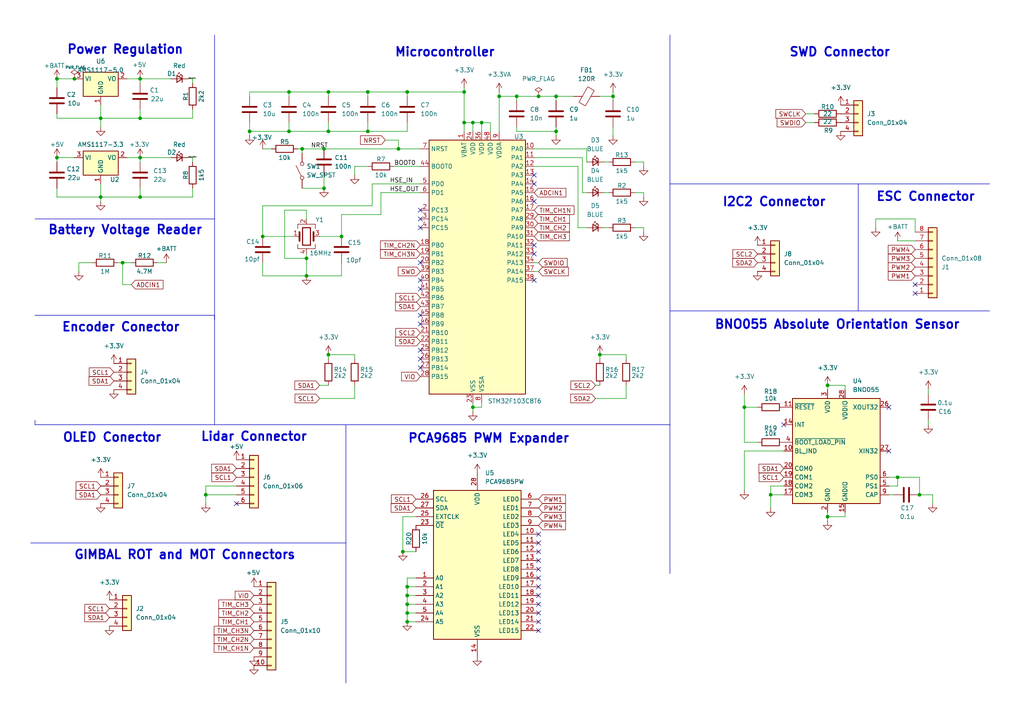
<source format=kicad_sch>
(kicad_sch (version 20231120) (generator "eeschema") (generator_version "8.0")
  (paper "A4")
  (title_block (title "Custom Drone Flight Controller") (date "2024-10-07") (rev "0.1") (company "St. John's School Engineering Capstone '25") (comment 1 "Assisted by Ayaan Dhuka and Caiman Moreno-Earle") (comment 2 "Designed by Landon Doughty "))
  (lib_symbols
    (symbol "Connector_Generic:Conn_01x04" (pin_names (offset 1.016) hide)
      (property "Reference" "J" (at 0 5.08 0))
      (property "Value" "Conn_01x04" (at 0 -7.62 0))
      (symbol "Conn_01x04_1_1"
        (pin passive line (at -5.08 2.54 0) (length 3.81) (name "Pin_1") (number "1"))
        (pin passive line (at -5.08 0 0) (length 3.81) (name "Pin_2") (number "2"))
        (pin passive line (at -5.08 -2.54 0) (length 3.81) (name "Pin_3") (number "3"))
        (pin passive line (at -5.08 -5.08 0) (length 3.81) (name "Pin_4") (number "4"))
      )
    )
    (symbol "Connector_Generic:Conn_01x06" (pin_names (offset 1.016) hide)
      (property "Reference" "J" (at 0 7.62 0))
      (property "Value" "Conn_01x06" (at 0 -10.16 0))
      (symbol "Conn_01x06_1_1"
        (pin passive line (at -5.08 5.08 0) (length 3.81) (name "Pin_1") (number "1"))
        (pin passive line (at -5.08 2.54 0) (length 3.81) (name "Pin_2") (number "2"))
        (pin passive line (at -5.08 0 0) (length 3.81) (name "Pin_3") (number "3"))
        (pin passive line (at -5.08 -2.54 0) (length 3.81) (name "Pin_4") (number "4"))
        (pin passive line (at -5.08 -5.08 0) (length 3.81) (name "Pin_5") (number "5"))
        (pin passive line (at -5.08 -7.62 0) (length 3.81) (name "Pin_6") (number "6"))
      )
    )
    (symbol "Connector_Generic:Conn_01x08" (pin_names (offset 1.016) hide)
      (property "Reference" "J" (at 0 10.16 0))
      (property "Value" "Conn_01x08" (at 0 -12.7 0))
      (symbol "Conn_01x08_1_1"
        (pin passive line (at -5.08 7.62 0) (length 3.81) (name "Pin_1") (number "1"))
        (pin passive line (at -5.08 5.08 0) (length 3.81) (name "Pin_2") (number "2"))
        (pin passive line (at -5.08 2.54 0) (length 3.81) (name "Pin_3") (number "3"))
        (pin passive line (at -5.08 0 0) (length 3.81) (name "Pin_4") (number "4"))
        (pin passive line (at -5.08 -2.54 0) (length 3.81) (name "Pin_5") (number "5"))
        (pin passive line (at -5.08 -5.08 0) (length 3.81) (name "Pin_6") (number "6"))
        (pin passive line (at -5.08 -7.62 0) (length 3.81) (name "Pin_7") (number "7"))
        (pin passive line (at -5.08 -10.16 0) (length 3.81) (name "Pin_8") (number "8"))
      )
    )
    (symbol "Connector_Generic:Conn_01x10" (pin_names (offset 1.016) hide)
      (property "Reference" "J" (at 0 12.7 0))
      (property "Value" "Conn_01x10" (at 0 -15.24 0))
      (symbol "Conn_01x10_1_1"
        (pin passive line (at -5.08 10.16 0) (length 3.81) (name "Pin_1") (number "1"))
        (pin passive line (at -5.08 -12.7 0) (length 3.81) (name "Pin_10") (number "10"))
        (pin passive line (at -5.08 7.62 0) (length 3.81) (name "Pin_2") (number "2"))
        (pin passive line (at -5.08 5.08 0) (length 3.81) (name "Pin_3") (number "3"))
        (pin passive line (at -5.08 2.54 0) (length 3.81) (name "Pin_4") (number "4"))
        (pin passive line (at -5.08 0 0) (length 3.81) (name "Pin_5") (number "5"))
        (pin passive line (at -5.08 -2.54 0) (length 3.81) (name "Pin_6") (number "6"))
        (pin passive line (at -5.08 -5.08 0) (length 3.81) (name "Pin_7") (number "7"))
        (pin passive line (at -5.08 -7.62 0) (length 3.81) (name "Pin_8") (number "8"))
        (pin passive line (at -5.08 -10.16 0) (length 3.81) (name "Pin_9") (number "9"))
      )
    )
    (symbol "Device:C" (pin_numbers hide) (pin_names (offset 0.254))
      (property "Reference" "C" (at 0.635 2.54 0))
      (property "Value" "C" (at 0.635 -2.54 0))
      (symbol "C_1_1"
        (pin passive line (at 0 3.81 270) (length 2.794) (name "~") (number "1"))
        (pin passive line (at 0 -3.81 90) (length 2.794) (name "~") (number "2"))
      )
    )
    (symbol "Device:Crystal_GND24" (pin_names (offset 1.016) hide)
      (property "Reference" "Y" (at 3.175 5.08 0))
      (property "Value" "Crystal_GND24" (at 3.175 3.175 0))
      (symbol "Crystal_GND24_1_1"
        (pin passive line (at -3.81 0 0) (length 1.27) (name "1") (number "1"))
        (pin passive line (at 0 5.08 270) (length 1.27) (name "2") (number "2"))
        (pin passive line (at 3.81 0 180) (length 1.27) (name "3") (number "3"))
        (pin passive line (at 0 -5.08 90) (length 1.27) (name "4") (number "4"))
      )
    )
    (symbol "Device:FerriteBead" (pin_numbers hide) (pin_names (offset 0))
      (property "Reference" "FB" (at -3.81 0.635 90))
      (property "Value" "FerriteBead" (at 3.81 0 90))
      (symbol "FerriteBead_1_1"
        (pin passive line (at 0 3.81 270) (length 2.54) (name "~") (number "1"))
        (pin passive line (at 0 -3.81 90) (length 2.54) (name "~") (number "2"))
      )
    )
    (symbol "Device:LED_Small" (pin_numbers hide) (pin_names (offset 0.254) hide)
      (property "Reference" "D" (at -1.27 3.175 0))
      (property "Value" "LED_Small" (at -4.445 -2.54 0))
      (symbol "LED_Small_1_1"
        (pin passive line (at -2.54 0 0) (length 1.778) (name "K") (number "1"))
        (pin passive line (at 2.54 0 180) (length 1.778) (name "A") (number "2"))
      )
    )
    (symbol "Device:R" (pin_numbers hide) (pin_names (offset 0))
      (property "Reference" "R" (at 2.032 0 90))
      (property "Value" "R" (at 0 0 90))
      (symbol "R_1_1"
        (pin passive line (at 0 3.81 270) (length 1.27) (name "~") (number "1"))
        (pin passive line (at 0 -3.81 90) (length 1.27) (name "~") (number "2"))
      )
    )
    (symbol "Driver_LED:PCA9685PW"
      (property "Reference" "U" (at -12.7 22.225 0))
      (property "Value" "PCA9685PW" (at 1.27 22.225 0))
      (symbol "PCA9685PW_1_1"
        (pin input line (at -17.78 -5.08 0) (length 5.08) (name "A0") (number "1"))
        (pin output line (at 17.78 7.62 180) (length 5.08) (name "LED4") (number "10"))
        (pin output line (at 17.78 5.08 180) (length 5.08) (name "LED5") (number "11"))
        (pin output line (at 17.78 2.54 180) (length 5.08) (name "LED6") (number "12"))
        (pin output line (at 17.78 0 180) (length 5.08) (name "LED7") (number "13"))
        (pin power_in line (at 0 -27.94 90) (length 5.08) (name "VSS") (number "14"))
        (pin output line (at 17.78 -2.54 180) (length 5.08) (name "LED8") (number "15"))
        (pin output line (at 17.78 -5.08 180) (length 5.08) (name "LED9") (number "16"))
        (pin output line (at 17.78 -7.62 180) (length 5.08) (name "LED10") (number "17"))
        (pin output line (at 17.78 -10.16 180) (length 5.08) (name "LED11") (number "18"))
        (pin output line (at 17.78 -12.7 180) (length 5.08) (name "LED12") (number "19"))
        (pin input line (at -17.78 -7.62 0) (length 5.08) (name "A1") (number "2"))
        (pin output line (at 17.78 -15.24 180) (length 5.08) (name "LED13") (number "20"))
        (pin output line (at 17.78 -17.78 180) (length 5.08) (name "LED14") (number "21"))
        (pin output line (at 17.78 -20.32 180) (length 5.08) (name "LED15") (number "22"))
        (pin input line (at -17.78 10.16 0) (length 5.08) (name "~{OE}") (number "23"))
        (pin input line (at -17.78 -17.78 0) (length 5.08) (name "A5") (number "24"))
        (pin input line (at -17.78 12.7 0) (length 5.08) (name "EXTCLK") (number "25"))
        (pin input line (at -17.78 17.78 0) (length 5.08) (name "SCL") (number "26"))
        (pin bidirectional line (at -17.78 15.24 0) (length 5.08) (name "SDA") (number "27"))
        (pin power_in line (at 0 25.4 270) (length 5.08) (name "VDD") (number "28"))
        (pin input line (at -17.78 -10.16 0) (length 5.08) (name "A2") (number "3"))
        (pin input line (at -17.78 -12.7 0) (length 5.08) (name "A3") (number "4"))
        (pin input line (at -17.78 -15.24 0) (length 5.08) (name "A4") (number "5"))
        (pin output line (at 17.78 17.78 180) (length 5.08) (name "LED0") (number "6"))
        (pin output line (at 17.78 15.24 180) (length 5.08) (name "LED1") (number "7"))
        (pin output line (at 17.78 12.7 180) (length 5.08) (name "LED2") (number "8"))
        (pin output line (at 17.78 10.16 180) (length 5.08) (name "LED3") (number "9"))
      )
    )
    (symbol "MCU_ST_STM32F1:STM32F103C8Tx"
      (property "Reference" "U" (at -12.7 39.37 0))
      (property "Value" "STM32F103C8Tx" (at 10.16 39.37 0))
      (symbol "STM32F103C8Tx_1_1"
        (pin power_in line (at -2.54 40.64 270) (length 2.54) (name "VBAT") (number "1"))
        (pin bidirectional line (at 17.78 35.56 180) (length 2.54) (name "PA0") (number "10"))
        (pin bidirectional line (at 17.78 33.02 180) (length 2.54) (name "PA1") (number "11"))
        (pin bidirectional line (at 17.78 30.48 180) (length 2.54) (name "PA2") (number "12"))
        (pin bidirectional line (at 17.78 27.94 180) (length 2.54) (name "PA3") (number "13"))
        (pin bidirectional line (at 17.78 25.4 180) (length 2.54) (name "PA4") (number "14"))
        (pin bidirectional line (at 17.78 22.86 180) (length 2.54) (name "PA5") (number "15"))
        (pin bidirectional line (at 17.78 20.32 180) (length 2.54) (name "PA6") (number "16"))
        (pin bidirectional line (at 17.78 17.78 180) (length 2.54) (name "PA7") (number "17"))
        (pin bidirectional line (at -15.24 7.62 0) (length 2.54) (name "PB0") (number "18"))
        (pin bidirectional line (at -15.24 5.08 0) (length 2.54) (name "PB1") (number "19"))
        (pin bidirectional line (at -15.24 17.78 0) (length 2.54) (name "PC13") (number "2"))
        (pin bidirectional line (at -15.24 2.54 0) (length 2.54) (name "PB2") (number "20"))
        (pin bidirectional line (at -15.24 -17.78 0) (length 2.54) (name "PB10") (number "21"))
        (pin bidirectional line (at -15.24 -20.32 0) (length 2.54) (name "PB11") (number "22"))
        (pin power_in line (at 0 -38.1 90) (length 2.54) (name "VSS") (number "23"))
        (pin power_in line (at 0 40.64 270) (length 2.54) (name "VDD") (number "24"))
        (pin bidirectional line (at -15.24 -22.86 0) (length 2.54) (name "PB12") (number "25"))
        (pin bidirectional line (at -15.24 -25.4 0) (length 2.54) (name "PB13") (number "26"))
        (pin bidirectional line (at -15.24 -27.94 0) (length 2.54) (name "PB14") (number "27"))
        (pin bidirectional line (at -15.24 -30.48 0) (length 2.54) (name "PB15") (number "28"))
        (pin bidirectional line (at 17.78 15.24 180) (length 2.54) (name "PA8") (number "29"))
        (pin bidirectional line (at -15.24 15.24 0) (length 2.54) (name "PC14") (number "3"))
        (pin bidirectional line (at 17.78 12.7 180) (length 2.54) (name "PA9") (number "30"))
        (pin bidirectional line (at 17.78 10.16 180) (length 2.54) (name "PA10") (number "31"))
        (pin bidirectional line (at 17.78 7.62 180) (length 2.54) (name "PA11") (number "32"))
        (pin bidirectional line (at 17.78 5.08 180) (length 2.54) (name "PA12") (number "33"))
        (pin bidirectional line (at 17.78 2.54 180) (length 2.54) (name "PA13") (number "34"))
        (pin passive line (at 0 -38.1 90) (length 2.54) hide (name "VSS") (number "35"))
        (pin power_in line (at 2.54 40.64 270) (length 2.54) (name "VDD") (number "36"))
        (pin bidirectional line (at 17.78 0 180) (length 2.54) (name "PA14") (number "37"))
        (pin bidirectional line (at 17.78 -2.54 180) (length 2.54) (name "PA15") (number "38"))
        (pin bidirectional line (at -15.24 0 0) (length 2.54) (name "PB3") (number "39"))
        (pin bidirectional line (at -15.24 12.7 0) (length 2.54) (name "PC15") (number "4"))
        (pin bidirectional line (at -15.24 -2.54 0) (length 2.54) (name "PB4") (number "40"))
        (pin bidirectional line (at -15.24 -5.08 0) (length 2.54) (name "PB5") (number "41"))
        (pin bidirectional line (at -15.24 -7.62 0) (length 2.54) (name "PB6") (number "42"))
        (pin bidirectional line (at -15.24 -10.16 0) (length 2.54) (name "PB7") (number "43"))
        (pin input line (at -15.24 30.48 0) (length 2.54) (name "BOOT0") (number "44"))
        (pin bidirectional line (at -15.24 -12.7 0) (length 2.54) (name "PB8") (number "45"))
        (pin bidirectional line (at -15.24 -15.24 0) (length 2.54) (name "PB9") (number "46"))
        (pin passive line (at 0 -38.1 90) (length 2.54) hide (name "VSS") (number "47"))
        (pin power_in line (at 5.08 40.64 270) (length 2.54) (name "VDD") (number "48"))
        (pin bidirectional line (at -15.24 25.4 0) (length 2.54) (name "PD0") (number "5"))
        (pin bidirectional line (at -15.24 22.86 0) (length 2.54) (name "PD1") (number "6"))
        (pin input line (at -15.24 35.56 0) (length 2.54) (name "NRST") (number "7"))
        (pin power_in line (at 2.54 -38.1 90) (length 2.54) (name "VSSA") (number "8"))
        (pin power_in line (at 7.62 40.64 270) (length 2.54) (name "VDDA") (number "9"))
      )
    )
    (symbol "R_1" (pin_numbers hide) (pin_names (offset 0) hide)
      (property "Reference" "R" (at 2.032 0 90))
      (property "Value" "R" (at 0 0 90))
      (symbol "R_1_1_1"
        (pin passive line (at 0 3.81 270) (length 1.27) (name "~") (number "1"))
        (pin passive line (at 0 -3.81 90) (length 1.27) (name "~") (number "2"))
      )
    )
    (symbol "Regulator_Linear:AMS1117-3.3"
      (property "Reference" "U" (at -3.81 3.175 0))
      (property "Value" "AMS1117-3.3" (at 0 3.175 0))
      (symbol "AMS1117-3.3_1_1"
        (pin power_in line (at 0 -7.62 90) (length 2.54) (name "GND") (number "1"))
        (pin power_out line (at 7.62 0 180) (length 2.54) (name "VO") (number "2"))
        (pin power_in line (at -7.62 0 0) (length 2.54) (name "VI") (number "3"))
      )
    )
    (symbol "Regulator_Linear:AMS1117-5.0"
      (property "Reference" "U" (at -3.81 3.175 0))
      (property "Value" "AMS1117-5.0" (at 0 3.175 0))
      (symbol "AMS1117-5.0_1_1"
        (pin power_in line (at 0 -7.62 90) (length 2.54) (name "GND") (number "1"))
        (pin power_out line (at 7.62 0 180) (length 2.54) (name "VO") (number "2"))
        (pin power_in line (at -7.62 0 0) (length 2.54) (name "VI") (number "3"))
      )
    )
    (symbol "Sensor_Motion:BNO055"
      (property "Reference" "U" (at -11.43 16.51 0))
      (property "Value" "BNO055" (at 12.7 16.51 0))
      (symbol "BNO055_1_1"
        (pin no_connect line (at -12.7 10.16 0) (length 2.54) hide (name "PIN1") (number "1"))
        (pin output line (at -15.24 0 0) (length 2.54) (name "BL_IND") (number "10"))
        (pin input line (at -15.24 12.7 0) (length 2.54) (name "~{RESET}") (number "11"))
        (pin no_connect line (at 12.7 10.16 180) (length 2.54) hide (name "PIN12") (number "12"))
        (pin no_connect line (at 12.7 7.62 180) (length 2.54) hide (name "PIN13") (number "13"))
        (pin output line (at -15.24 7.62 0) (length 2.54) (name "INT") (number "14"))
        (pin power_in line (at 2.54 -17.78 90) (length 2.54) (name "GNDIO") (number "15"))
        (pin passive line (at 2.54 -17.78 90) (length 2.54) hide (name "GNDIO") (number "16"))
        (pin input line (at -15.24 -12.7 0) (length 2.54) (name "COM3") (number "17"))
        (pin passive line (at -15.24 -10.16 0) (length 2.54) (name "COM2") (number "18"))
        (pin bidirectional line (at -15.24 -7.62 0) (length 2.54) (name "COM1") (number "19"))
        (pin power_in line (at -2.54 -17.78 90) (length 2.54) (name "GND") (number "2"))
        (pin bidirectional line (at -15.24 -5.08 0) (length 2.54) (name "COM0") (number "20"))
        (pin no_connect line (at 12.7 5.08 180) (length 2.54) hide (name "PIN21") (number "21"))
        (pin no_connect line (at 12.7 2.54 180) (length 2.54) hide (name "PIN22") (number "22"))
        (pin no_connect line (at 12.7 -2.54 180) (length 2.54) hide (name "PIN23") (number "23"))
        (pin no_connect line (at 12.7 -5.08 180) (length 2.54) hide (name "PIN24") (number "24"))
        (pin passive line (at 2.54 -17.78 90) (length 2.54) hide (name "GNDIO") (number "25"))
        (pin output line (at 15.24 12.7 180) (length 2.54) (name "XOUT32") (number "26"))
        (pin input line (at 15.24 0 180) (length 2.54) (name "XIN32") (number "27"))
        (pin power_in line (at 2.54 17.78 270) (length 2.54) (name "VDDIO") (number "28"))
        (pin power_in line (at -2.54 17.78 270) (length 2.54) (name "VDD") (number "3"))
        (pin input line (at -15.24 2.54 0) (length 2.54) (name "~{BOOT_LOAD_PIN}") (number "4"))
        (pin input line (at 15.24 -10.16 180) (length 2.54) (name "PS1") (number "5"))
        (pin input line (at 15.24 -7.62 180) (length 2.54) (name "PS0") (number "6"))
        (pin no_connect line (at -12.7 5.08 0) (length 2.54) hide (name "PIN7") (number "7"))
        (pin no_connect line (at -12.7 -2.54 0) (length 2.54) hide (name "PIN8") (number "8"))
        (pin passive line (at 15.24 -12.7 180) (length 2.54) (name "CAP") (number "9"))
      )
    )
    (symbol "Switch:SW_SPST" (pin_numbers hide) (pin_names (offset 0) hide)
      (property "Reference" "SW" (at 0 3.175 0))
      (property "Value" "SW_SPST" (at 0 -2.54 0))
      (symbol "SW_SPST_1_1"
        (pin passive line (at -5.08 0 0) (length 2.54) (name "A") (number "1"))
        (pin passive line (at 5.08 0 180) (length 2.54) (name "B") (number "2"))
      )
    )
    (symbol "power:+3.3V" (power) (pin_numbers hide) (pin_names (offset 0) hide)
      (property "Value" "+3.3V" (at 0 3.556 0))
      (symbol "+3.3V_1_1"
        (pin power_in line (at 0 0 90) (length 0) (name "~") (number "1"))
      )
    )
    (symbol "power:+3.3VA" (power) (pin_numbers hide) (pin_names (offset 0) hide)
      (property "Value" "+3.3VA" (at 0 3.556 0))
      (symbol "+3.3VA_1_1"
        (pin power_in line (at 0 0 90) (length 0) (name "~") (number "1"))
      )
    )
    (symbol "power:+5V" (power) (pin_numbers hide) (pin_names (offset 0) hide)
      (property "Value" "+5V" (at 0 3.556 0))
      (symbol "+5V_1_1"
        (pin power_in line (at 0 0 90) (length 0) (name "~") (number "1"))
      )
    )
    (symbol "power:+BATT" (power) (pin_numbers hide) (pin_names (offset 0) hide)
      (property "Value" "+BATT" (at 0 3.556 0))
      (symbol "+BATT_1_1"
        (pin power_in line (at 0 0 90) (length 0) (name "~") (number "1"))
      )
    )
    (symbol "power:GND" (power) (pin_numbers hide) (pin_names (offset 0) hide)
      (property "Value" "GND" (at 0 -3.81 0))
      (symbol "GND_1_1"
        (pin power_in line (at 0 0 270) (length 0) (name "~") (number "1"))
      )
    )
    (symbol "power:PWR_FLAG" (power) (pin_numbers hide) (pin_names (offset 0) hide)
      (property "Value" "PWR_FLAG" (at 0 3.81 0))
      (symbol "PWR_FLAG_0_0"
        (pin power_out line (at 0 0 90) (length 0) (name "~") (number "1"))
      )
    )
  )
  (junction (at 118.11 170.18))
  (junction (at 118.11 175.26))
  (junction (at 29.21 34.29))
  (junction (at 161.29 38.1))
  (junction (at 223.52 143.51))
  (junction (at 177.8 27.94))
  (junction (at 21.59 22.86))
  (junction (at 40.64 45.72))
  (junction (at 118.11 26.67))
  (junction (at 118.11 177.8))
  (junction (at 72.39 38.1))
  (junction (at 76.2 68.58))
  (junction (at 134.62 35.56))
  (junction (at 240.03 149.86))
  (junction (at 88.9 74.93))
  (junction (at 87.63 43.18))
  (junction (at 83.82 26.67))
  (junction (at 118.11 172.72))
  (junction (at 240.03 111.76))
  (junction (at 93.98 54.61))
  (junction (at 137.16 118.11))
  (junction (at 137.16 35.56))
  (junction (at 115.57 43.18))
  (junction (at 83.82 38.1))
  (junction (at 260.35 138.43))
  (junction (at 40.64 34.29))
  (junction (at 95.25 26.67))
  (junction (at 106.68 26.67))
  (junction (at 173.99 102.87))
  (junction (at 35.56 76.2))
  (junction (at 144.78 27.94))
  (junction (at 156.21 27.94))
  (junction (at 88.9 80.01))
  (junction (at 139.7 35.56))
  (junction (at 99.06 68.58))
  (junction (at 134.62 26.67))
  (junction (at 16.51 45.72))
  (junction (at 16.51 22.86))
  (junction (at 93.98 43.18))
  (junction (at 29.21 57.15))
  (junction (at 40.64 22.86))
  (junction (at 95.25 102.87))
  (junction (at 161.29 27.94))
  (junction (at 149.86 27.94))
  (junction (at 118.11 180.34))
  (junction (at 215.9 118.11))
  (junction (at 116.84 160.02))
  (junction (at 106.68 38.1))
  (junction (at 266.7 143.51))
  (junction (at 95.25 38.1))
  (junction (at 59.69 143.51))
  (junction (at 40.64 57.15))
  (no_connect (at 156.21 154.94))
  (no_connect (at 257.81 118.11))
  (no_connect (at 156.21 175.26))
  (no_connect (at 121.92 81.28))
  (no_connect (at 68.58 146.05))
  (no_connect (at 156.21 180.34))
  (no_connect (at 121.92 93.98))
  (no_connect (at 156.21 165.1))
  (no_connect (at 154.94 81.28))
  (no_connect (at 154.94 58.42))
  (no_connect (at 121.92 104.14))
  (no_connect (at 121.92 76.2))
  (no_connect (at 156.21 160.02))
  (no_connect (at 156.21 172.72))
  (no_connect (at 156.21 182.88))
  (no_connect (at 121.92 101.6))
  (no_connect (at 227.33 123.19))
  (no_connect (at 156.21 167.64))
  (no_connect (at 121.92 60.96))
  (no_connect (at 121.92 63.5))
  (no_connect (at 121.92 83.82))
  (no_connect (at 121.92 106.68))
  (no_connect (at 265.43 82.55))
  (no_connect (at 154.94 53.34))
  (no_connect (at 156.21 162.56))
  (no_connect (at 154.94 71.12))
  (no_connect (at 154.94 50.8))
  (no_connect (at 265.43 85.09))
  (no_connect (at 257.81 130.81))
  (no_connect (at 156.21 177.8))
  (no_connect (at 156.21 157.48))
  (no_connect (at 121.92 66.04))
  (no_connect (at 121.92 91.44))
  (no_connect (at 154.94 73.66))
  (no_connect (at 156.21 170.18))
  (wire (pts (xy 134.62 26.67) (xy 134.62 35.56)))
  (wire (pts (xy 55.88 46.99) (xy 55.88 45.72)))
  (wire (pts (xy 95.25 26.67) (xy 95.25 27.94)))
  (wire (pts (xy 215.9 118.11) (xy 215.9 128.27)))
  (wire (pts (xy 186.69 46.99) (xy 184.15 46.99)))
  (wire (pts (xy 240.03 149.86) (xy 240.03 151.13)))
  (wire (pts (xy 88.9 74.93) (xy 88.9 80.01)))
  (wire (pts (xy 177.8 26.67) (xy 177.8 27.94)))
  (wire (pts (xy 95.25 104.14) (xy 95.25 102.87)))
  (wire (pts (xy 168.91 45.72) (xy 154.94 45.72)))
  (wire (pts (xy 170.18 55.88) (xy 168.91 55.88)))
  (wire (pts (xy 118.11 172.72) (xy 118.11 175.26)))
  (wire (pts (xy 137.16 38.1) (xy 137.16 35.56)))
  (wire (pts (xy 161.29 27.94) (xy 166.37 27.94)))
  (wire (pts (xy 95.25 102.87) (xy 102.87 102.87)))
  (wire (pts (xy 102.87 111.76) (xy 102.87 115.57)))
  (wire (pts (xy 120.65 167.64) (xy 118.11 167.64)))
  (wire (pts (xy 40.64 22.86) (xy 40.64 24.13)))
  (wire (pts (xy 102.87 115.57) (xy 92.71 115.57)))
  (wire (pts (xy 245.11 113.03) (xy 245.11 111.76)))
  (wire (pts (xy 59.69 143.51) (xy 59.69 140.97)))
  (wire (pts (xy 92.71 68.58) (xy 99.06 68.58)))
  (wire (pts (xy 177.8 36.83) (xy 177.8 39.37)))
  (wire (pts (xy 107.95 53.34) (xy 121.92 53.34)))
  (wire (pts (xy 156.21 76.2) (xy 154.94 76.2)))
  (wire (pts (xy 134.62 25.4) (xy 134.62 26.67)))
  (wire (pts (xy 106.68 38.1) (xy 95.25 38.1)))
  (wire (pts (xy 116.84 160.02) (xy 116.84 149.86)))
  (wire (pts (xy 257.81 140.97) (xy 260.35 140.97)))
  (wire (pts (xy 29.21 57.15) (xy 29.21 58.42)))
  (wire (pts (xy 134.62 35.56) (xy 134.62 38.1)))
  (wire (pts (xy 223.52 140.97) (xy 223.52 143.51)))
  (wire (pts (xy 16.51 34.29) (xy 29.21 34.29)))
  (wire (pts (xy 118.11 175.26) (xy 118.11 177.8)))
  (polyline (pts (xy 10.16 91.44) (xy 62.23 91.44)))
  (polyline (pts (xy 10.16 123.19) (xy 10.16 121.92)))
  (wire (pts (xy 139.7 116.84) (xy 139.7 118.11)))
  (wire (pts (xy 215.9 114.3) (xy 215.9 118.11)))
  (wire (pts (xy 149.86 27.94) (xy 144.78 27.94)))
  (wire (pts (xy 161.29 29.21) (xy 161.29 27.94)))
  (wire (pts (xy 186.69 46.99) (xy 186.69 48.26)))
  (wire (pts (xy 118.11 175.26) (xy 120.65 175.26)))
  (polyline (pts (xy 194.31 123.19) (xy 194.31 166.37)))
  (wire (pts (xy 139.7 118.11) (xy 137.16 118.11)))
  (wire (pts (xy 29.21 57.15) (xy 16.51 57.15)))
  (wire (pts (xy 120.65 170.18) (xy 118.11 170.18)))
  (wire (pts (xy 134.62 35.56) (xy 137.16 35.56)))
  (wire (pts (xy 29.21 30.48) (xy 29.21 34.29)))
  (wire (pts (xy 260.35 140.97) (xy 260.35 138.43)))
  (wire (pts (xy 240.03 111.76) (xy 240.03 113.03)))
  (polyline (pts (xy 62.23 123.19) (xy 10.16 123.19)))
  (polyline (pts (xy 248.92 53.34) (xy 248.92 72.39)))
  (wire (pts (xy 22.86 78.74) (xy 22.86 76.2)))
  (wire (pts (xy 16.51 57.15) (xy 16.51 54.61)))
  (wire (pts (xy 87.63 44.45) (xy 87.63 43.18)))
  (wire (pts (xy 72.39 38.1) (xy 72.39 39.37)))
  (wire (pts (xy 102.87 102.87) (xy 102.87 104.14)))
  (wire (pts (xy 181.61 115.57) (xy 172.72 115.57)))
  (wire (pts (xy 254 63.5) (xy 254 66.04)))
  (wire (pts (xy 16.51 45.72) (xy 16.51 46.99)))
  (wire (pts (xy 87.63 54.61) (xy 93.98 54.61)))
  (wire (pts (xy 115.57 43.18) (xy 121.92 43.18)))
  (wire (pts (xy 45.72 76.2) (xy 48.26 76.2)))
  (wire (pts (xy 270.51 143.51) (xy 266.7 143.51)))
  (polyline (pts (xy 62.23 63.5) (xy 62.23 123.19)))
  (wire (pts (xy 139.7 35.56) (xy 137.16 35.56)))
  (wire (pts (xy 149.86 38.1) (xy 161.29 38.1)))
  (wire (pts (xy 55.88 31.75) (xy 55.88 34.29)))
  (wire (pts (xy 233.68 33.02) (xy 236.22 33.02)))
  (wire (pts (xy 92.71 111.76) (xy 95.25 111.76)))
  (wire (pts (xy 227.33 140.97) (xy 223.52 140.97)))
  (wire (pts (xy 154.94 43.18) (xy 170.18 43.18)))
  (wire (pts (xy 176.53 46.99) (xy 175.26 46.99)))
  (wire (pts (xy 215.9 130.81) (xy 227.33 130.81)))
  (wire (pts (xy 107.95 59.69) (xy 76.2 59.69)))
  (wire (pts (xy 93.98 50.8) (xy 93.98 54.61)))
  (wire (pts (xy 260.35 69.85) (xy 265.43 69.85)))
  (wire (pts (xy 186.69 55.88) (xy 186.69 57.15)))
  (wire (pts (xy 173.99 102.87) (xy 181.61 102.87)))
  (wire (pts (xy 95.25 26.67) (xy 106.68 26.67)))
  (wire (pts (xy 110.49 55.88) (xy 121.92 55.88)))
  (wire (pts (xy 102.87 48.26) (xy 102.87 50.8)))
  (wire (pts (xy 40.64 57.15) (xy 29.21 57.15)))
  (wire (pts (xy 118.11 38.1) (xy 106.68 38.1)))
  (wire (pts (xy 29.21 34.29) (xy 29.21 36.83)))
  (wire (pts (xy 176.53 55.88) (xy 175.26 55.88)))
  (wire (pts (xy 142.24 38.1) (xy 142.24 35.56)))
  (wire (pts (xy 55.88 22.86) (xy 54.61 22.86)))
  (wire (pts (xy 139.7 38.1) (xy 139.7 35.56)))
  (wire (pts (xy 34.29 76.2) (xy 35.56 76.2)))
  (wire (pts (xy 21.59 22.86) (xy 16.51 22.86)))
  (wire (pts (xy 118.11 177.8) (xy 120.65 177.8)))
  (wire (pts (xy 168.91 55.88) (xy 168.91 45.72)))
  (wire (pts (xy 82.55 74.93) (xy 88.9 74.93)))
  (wire (pts (xy 118.11 35.56) (xy 118.11 38.1)))
  (wire (pts (xy 245.11 149.86) (xy 240.03 149.86)))
  (wire (pts (xy 107.95 53.34) (xy 107.95 59.69)))
  (wire (pts (xy 120.65 172.72) (xy 118.11 172.72)))
  (wire (pts (xy 259.08 143.51) (xy 257.81 143.51)))
  (wire (pts (xy 118.11 170.18) (xy 118.11 172.72)))
  (polyline (pts (xy 194.31 10.16) (xy 194.31 123.19)))
  (wire (pts (xy 40.64 54.61) (xy 40.64 57.15)))
  (polyline (pts (xy 10.16 63.5) (xy 62.23 63.5)))
  (wire (pts (xy 95.25 35.56) (xy 95.25 38.1)))
  (wire (pts (xy 21.59 45.72) (xy 16.51 45.72)))
  (wire (pts (xy 118.11 180.34) (xy 120.65 180.34)))
  (wire (pts (xy 149.86 29.21) (xy 149.86 27.94)))
  (wire (pts (xy 76.2 80.01) (xy 76.2 76.2)))
  (wire (pts (xy 167.64 48.26) (xy 167.64 66.04)))
  (wire (pts (xy 181.61 102.87) (xy 181.61 104.14)))
  (wire (pts (xy 88.9 63.5) (xy 88.9 60.96)))
  (wire (pts (xy 38.1 82.55) (xy 35.56 82.55)))
  (wire (pts (xy 59.69 143.51) (xy 68.58 143.51)))
  (wire (pts (xy 161.29 38.1) (xy 161.29 36.83)))
  (wire (pts (xy 59.69 146.05) (xy 59.69 143.51)))
  (wire (pts (xy 186.69 66.04) (xy 184.15 66.04)))
  (wire (pts (xy 16.51 34.29) (xy 16.51 33.02)))
  (wire (pts (xy 82.55 60.96) (xy 82.55 74.93)))
  (wire (pts (xy 106.68 26.67) (xy 118.11 26.67)))
  (wire (pts (xy 40.64 31.75) (xy 40.64 34.29)))
  (wire (pts (xy 29.21 34.29) (xy 40.64 34.29)))
  (wire (pts (xy 223.52 143.51) (xy 227.33 143.51)))
  (wire (pts (xy 55.88 24.13) (xy 55.88 22.86)))
  (wire (pts (xy 55.88 54.61) (xy 55.88 57.15)))
  (wire (pts (xy 144.78 27.94) (xy 144.78 38.1)))
  (polyline (pts (xy 62.23 123.19) (xy 194.31 123.19)))
  (polyline (pts (xy 8.89 157.48) (xy 100.33 157.48)))
  (wire (pts (xy 88.9 73.66) (xy 88.9 74.93)))
  (wire (pts (xy 83.82 35.56) (xy 83.82 38.1)))
  (polyline (pts (xy 62.23 91.44) (xy 62.23 92.71)))
  (wire (pts (xy 76.2 43.18) (xy 78.74 43.18)))
  (wire (pts (xy 35.56 82.55) (xy 35.56 76.2)))
  (wire (pts (xy 36.83 22.86) (xy 40.64 22.86)))
  (wire (pts (xy 83.82 26.67) (xy 95.25 26.67)))
  (wire (pts (xy 106.68 26.67) (xy 106.68 27.94)))
  (wire (pts (xy 142.24 35.56) (xy 139.7 35.56)))
  (wire (pts (xy 177.8 29.21) (xy 177.8 27.94)))
  (wire (pts (xy 29.21 53.34) (xy 29.21 57.15)))
  (wire (pts (xy 87.63 43.18) (xy 93.98 43.18)))
  (wire (pts (xy 186.69 55.88) (xy 184.15 55.88)))
  (wire (pts (xy 118.11 167.64) (xy 118.11 170.18)))
  (wire (pts (xy 76.2 59.69) (xy 76.2 68.58)))
  (wire (pts (xy 223.52 143.51) (xy 223.52 147.32)))
  (wire (pts (xy 137.16 118.11) (xy 137.16 119.38)))
  (wire (pts (xy 149.86 27.94) (xy 156.21 27.94)))
  (wire (pts (xy 114.3 48.26) (xy 121.92 48.26)))
  (wire (pts (xy 172.72 111.76) (xy 173.99 111.76)))
  (wire (pts (xy 40.64 45.72) (xy 49.53 45.72)))
  (wire (pts (xy 40.64 45.72) (xy 36.83 45.72)))
  (wire (pts (xy 265.43 63.5) (xy 265.43 67.31)))
  (wire (pts (xy 16.51 22.86) (xy 16.51 25.4)))
  (wire (pts (xy 116.84 149.86) (xy 120.65 149.86)))
  (wire (pts (xy 83.82 38.1) (xy 72.39 38.1)))
  (wire (pts (xy 83.82 26.67) (xy 83.82 27.94)))
  (wire (pts (xy 72.39 35.56) (xy 72.39 38.1)))
  (wire (pts (xy 269.24 121.92) (xy 269.24 123.19)))
  (wire (pts (xy 76.2 80.01) (xy 88.9 80.01)))
  (wire (pts (xy 99.06 80.01) (xy 99.06 76.2)))
  (wire (pts (xy 161.29 27.94) (xy 156.21 27.94)))
  (wire (pts (xy 88.9 80.01) (xy 99.06 80.01)))
  (wire (pts (xy 118.11 177.8) (xy 118.11 180.34)))
  (wire (pts (xy 245.11 148.59) (xy 245.11 149.86)))
  (wire (pts (xy 93.98 43.18) (xy 115.57 43.18)))
  (polyline (pts (xy 194.31 53.34) (xy 287.02 53.34)))
  (wire (pts (xy 215.9 142.24) (xy 215.9 130.81)))
  (polyline (pts (xy 194.31 90.17) (xy 287.02 90.17)))
  (wire (pts (xy 181.61 111.76) (xy 181.61 115.57)))
  (wire (pts (xy 167.64 66.04) (xy 170.18 66.04)))
  (wire (pts (xy 118.11 26.67) (xy 134.62 26.67)))
  (wire (pts (xy 260.35 138.43) (xy 257.81 138.43)))
  (wire (pts (xy 177.8 27.94) (xy 173.99 27.94)))
  (wire (pts (xy 72.39 26.67) (xy 72.39 27.94)))
  (wire (pts (xy 173.99 102.87) (xy 173.99 104.14)))
  (wire (pts (xy 59.69 140.97) (xy 68.58 140.97)))
  (wire (pts (xy 266.7 143.51) (xy 266.7 138.43)))
  (wire (pts (xy 55.88 57.15) (xy 40.64 57.15)))
  (wire (pts (xy 55.88 45.72) (xy 54.61 45.72)))
  (wire (pts (xy 72.39 26.67) (xy 83.82 26.67)))
  (wire (pts (xy 106.68 35.56) (xy 106.68 38.1)))
  (wire (pts (xy 144.78 26.67) (xy 144.78 27.94)))
  (wire (pts (xy 110.49 62.23) (xy 99.06 62.23)))
  (polyline (pts (xy 100.33 123.19) (xy 100.33 198.12)))
  (wire (pts (xy 154.94 48.26) (xy 167.64 48.26)))
  (wire (pts (xy 40.64 46.99) (xy 40.64 45.72)))
  (wire (pts (xy 233.68 35.56) (xy 236.22 35.56)))
  (wire (pts (xy 86.36 43.18) (xy 87.63 43.18)))
  (wire (pts (xy 270.51 146.05) (xy 270.51 143.51)))
  (wire (pts (xy 269.24 113.03) (xy 269.24 114.3)))
  (wire (pts (xy 35.56 76.2) (xy 38.1 76.2)))
  (wire (pts (xy 88.9 60.96) (xy 82.55 60.96)))
  (polyline (pts (xy 248.92 72.39) (xy 248.92 90.17)))
  (wire (pts (xy 245.11 111.76) (xy 240.03 111.76)))
  (wire (pts (xy 110.49 55.88) (xy 110.49 62.23)))
  (wire (pts (xy 240.03 148.59) (xy 240.03 149.86)))
  (wire (pts (xy 40.64 22.86) (xy 49.53 22.86)))
  (wire (pts (xy 99.06 62.23) (xy 99.06 68.58)))
  (wire (pts (xy 149.86 36.83) (xy 149.86 38.1)))
  (wire (pts (xy 215.9 128.27) (xy 219.71 128.27)))
  (wire (pts (xy 95.25 38.1) (xy 83.82 38.1)))
  (wire (pts (xy 260.35 138.43) (xy 266.7 138.43)))
  (wire (pts (xy 76.2 68.58) (xy 85.09 68.58)))
  (polyline (pts (xy 62.23 10.16) (xy 62.23 63.5)))
  (wire (pts (xy 137.16 116.84) (xy 137.16 118.11)))
  (wire (pts (xy 254 63.5) (xy 265.43 63.5)))
  (wire (pts (xy 102.87 48.26) (xy 106.68 48.26)))
  (wire (pts (xy 111.76 40.64) (xy 115.57 40.64)))
  (wire (pts (xy 215.9 118.11) (xy 219.71 118.11)))
  (wire (pts (xy 176.53 66.04) (xy 175.26 66.04)))
  (wire (pts (xy 156.21 78.74) (xy 154.94 78.74)))
  (wire (pts (xy 55.88 34.29) (xy 40.64 34.29)))
  (wire (pts (xy 120.65 160.02) (xy 116.84 160.02)))
  (wire (pts (xy 161.29 38.1) (xy 161.29 39.37)))
  (wire (pts (xy 22.86 76.2) (xy 26.67 76.2)))
  (wire (pts (xy 118.11 27.94) (xy 118.11 26.67)))
  (wire (pts (xy 186.69 66.04) (xy 186.69 67.31)))
  (wire (pts (xy 170.18 43.18) (xy 170.18 46.99)))
  (wire (pts (xy 115.57 40.64) (xy 115.57 43.18)))
  (text "Lidar Connector" (at 73.66 126.746 0) (effects (font (size 2.54 2.54) (thickness 0.508) (bold yes))))
  (text "OLED Conector" (at 32.512 127 0) (effects (font (size 2.54 2.54) (thickness 0.508) (bold yes))))
  (text "BNO055 Absolute Orientation Sensor" (at 242.824 94.234 0) (effects (font (size 2.54 2.54) (thickness 0.508) (bold yes))))
  (text "Encoder Conector" (at 35.052 94.996 0) (effects (font (size 2.54 2.54) (thickness 0.508) (bold yes))))
  (text "GIMBAL ROT and MOT Connectors" (at 53.594 161.036 0) (effects (font (size 2.54 2.54) (thickness 0.508) (bold yes))))
  (text "Battery Voltage Reader" (at 36.322 66.802 0) (effects (font (size 2.54 2.54) (thickness 0.508) (bold yes))))
  (text "Power Regulation" (at 36.322 14.478 0) (effects (font (size 2.54 2.54) (thickness 0.508) (bold yes))))
  (text "Microcontroller" (at 129.032 15.24 0) (effects (font (size 2.54 2.54) (thickness 0.508) (bold yes))))
  (text "I2C2 Connector" (at 224.536 58.674 0) (effects (font (size 2.54 2.54) (thickness 0.508) (bold yes))))
  (text "PCA9685 PWM Expander" (at 141.732 127.254 0) (effects (font (size 2.54 2.54) (thickness 0.508) (bold yes))))
  (text "ESC Connector" (at 268.478 57.15 0) (effects (font (size 2.54 2.54) (thickness 0.508) (bold yes))))
  (text "SWD Connector" (at 243.586 15.24 0) (effects (font (size 2.54 2.54) (thickness 0.508) (bold yes))))
  (label "HSE_IN" (at 113.03 53.34 0))
  (label "NRST" (at 90.17 43.18 0))
  (label "HSE_OUT" (at 113.03 55.88 0))
  (label "PWR_LED_K" (at 54.61 22.86 0) (effects (font (size 0.254 0.254))))
  (label "BOOT0" (at 114.3 48.26 0))
  (label "PWR_LED2_K" (at 54.61 45.72 0) (effects (font (size 0.254 0.254))))
  (global_label "SDA1" (shape input) (at 92.71 111.76 180) (property "Intersheetrefs" "${INTERSHEET_REFS}" (effects (hide yes))))
  (global_label "SCL1" (shape input) (at 121.92 86.36 180) (property "Intersheetrefs" "${INTERSHEET_REFS}" (effects (hide yes))))
  (global_label "SDA1" (shape input) (at 120.65 147.32 180) (property "Intersheetrefs" "${INTERSHEET_REFS}" (effects (hide yes))))
  (global_label "PWM4" (shape input) (at 265.43 72.39 180) (property "Intersheetrefs" "${INTERSHEET_REFS}" (effects (hide yes))))
  (global_label "SDA1" (shape input) (at 31.75 179.07 180) (property "Intersheetrefs" "${INTERSHEET_REFS}" (effects (hide yes))))
  (global_label "SCL2" (shape input) (at 219.71 73.66 180) (property "Intersheetrefs" "${INTERSHEET_REFS}" (effects (hide yes))))
  (global_label "NRST" (shape input) (at 111.76 40.64 180) (property "Intersheetrefs" "${INTERSHEET_REFS}" (effects (hide yes))))
  (global_label "TIM_CH1" (shape input) (at 154.94 63.5 0) (property "Intersheetrefs" "${INTERSHEET_REFS}" (effects (hide yes))))
  (global_label "PWM1" (shape input) (at 265.43 80.01 180) (property "Intersheetrefs" "${INTERSHEET_REFS}" (effects (hide yes))))
  (global_label "SDA2" (shape input) (at 121.92 99.06 180) (property "Intersheetrefs" "${INTERSHEET_REFS}" (effects (hide yes))))
  (global_label "SDA2" (shape input) (at 172.72 115.57 180) (property "Intersheetrefs" "${INTERSHEET_REFS}" (effects (hide yes))))
  (global_label "SCL1" (shape input) (at 68.58 138.43 180) (property "Intersheetrefs" "${INTERSHEET_REFS}" (effects (hide yes))))
  (global_label "TIM_CH3N" (shape input) (at 73.66 182.88 180) (property "Intersheetrefs" "${INTERSHEET_REFS}" (effects (hide yes))))
  (global_label "VIO" (shape input) (at 121.92 109.22 180) (property "Intersheetrefs" "${INTERSHEET_REFS}" (effects (hide yes))))
  (global_label "PWM3" (shape input) (at 156.21 149.86 0) (property "Intersheetrefs" "${INTERSHEET_REFS}" (effects (hide yes))))
  (global_label "TIM_CH2" (shape input) (at 154.94 66.04 0) (property "Intersheetrefs" "${INTERSHEET_REFS}" (effects (hide yes))))
  (global_label "TIM_CH1" (shape input) (at 73.66 180.34 180) (property "Intersheetrefs" "${INTERSHEET_REFS}" (effects (hide yes))))
  (global_label "SWDIO" (shape input) (at 233.68 35.56 180) (property "Intersheetrefs" "${INTERSHEET_REFS}" (effects (hide yes))))
  (global_label "PWM2" (shape input) (at 265.43 77.47 180) (property "Intersheetrefs" "${INTERSHEET_REFS}" (effects (hide yes))))
  (global_label "ADCIN1" (shape input) (at 154.94 55.88 0) (property "Intersheetrefs" "${INTERSHEET_REFS}" (effects (hide yes))))
  (global_label "SWO" (shape input) (at 121.92 78.74 180) (property "Intersheetrefs" "${INTERSHEET_REFS}" (effects (hide yes))))
  (global_label "SDA1" (shape input) (at 121.92 88.9 180) (property "Intersheetrefs" "${INTERSHEET_REFS}" (effects (hide yes))))
  (global_label "PWM1" (shape input) (at 156.21 144.78 0) (property "Intersheetrefs" "${INTERSHEET_REFS}" (effects (hide yes))))
  (global_label "TIM_CH2N" (shape input) (at 121.92 71.12 180) (property "Intersheetrefs" "${INTERSHEET_REFS}" (effects (hide yes))))
  (global_label "TIM_CH3N" (shape input) (at 121.92 73.66 180) (property "Intersheetrefs" "${INTERSHEET_REFS}" (effects (hide yes))))
  (global_label "SDA1" (shape input) (at 33.02 110.49 180) (property "Intersheetrefs" "${INTERSHEET_REFS}" (effects (hide yes))))
  (global_label "PWM4" (shape input) (at 156.21 152.4 0) (property "Intersheetrefs" "${INTERSHEET_REFS}" (effects (hide yes))))
  (global_label "SDA1" (shape input) (at 68.58 135.89 180) (property "Intersheetrefs" "${INTERSHEET_REFS}" (effects (hide yes))))
  (global_label "SCL1" (shape input) (at 31.75 176.53 180) (property "Intersheetrefs" "${INTERSHEET_REFS}" (effects (hide yes))))
  (global_label "SCL1" (shape input) (at 33.02 107.95 180) (property "Intersheetrefs" "${INTERSHEET_REFS}" (effects (hide yes))))
  (global_label "TIM_CH3" (shape input) (at 73.66 175.26 180) (property "Intersheetrefs" "${INTERSHEET_REFS}" (effects (hide yes))))
  (global_label "TIM_CH1N" (shape input) (at 73.66 187.96 180) (property "Intersheetrefs" "${INTERSHEET_REFS}" (effects (hide yes))))
  (global_label "SCL1" (shape input) (at 92.71 115.57 180) (property "Intersheetrefs" "${INTERSHEET_REFS}" (effects (hide yes))))
  (global_label "ADCIN1" (shape input) (at 38.1 82.55 0) (property "Intersheetrefs" "${INTERSHEET_REFS}" (effects (hide yes))))
  (global_label "PWM2" (shape input) (at 156.21 147.32 0) (property "Intersheetrefs" "${INTERSHEET_REFS}" (effects (hide yes))))
  (global_label "SCL1" (shape input) (at 227.33 138.43 180) (property "Intersheetrefs" "${INTERSHEET_REFS}" (effects (hide yes))))
  (global_label "PWM3" (shape input) (at 265.43 74.93 180) (property "Intersheetrefs" "${INTERSHEET_REFS}" (effects (hide yes))))
  (global_label "TIM_CH1N" (shape input) (at 154.94 60.96 0) (property "Intersheetrefs" "${INTERSHEET_REFS}" (effects (hide yes))))
  (global_label "SCL2" (shape input) (at 121.92 96.52 180) (property "Intersheetrefs" "${INTERSHEET_REFS}" (effects (hide yes))))
  (global_label "SDA1" (shape input) (at 29.21 143.51 180) (property "Intersheetrefs" "${INTERSHEET_REFS}" (effects (hide yes))))
  (global_label "SCL2" (shape input) (at 172.72 111.76 180) (property "Intersheetrefs" "${INTERSHEET_REFS}" (effects (hide yes))))
  (global_label "SWCLK" (shape input) (at 233.68 33.02 180) (property "Intersheetrefs" "${INTERSHEET_REFS}" (effects (hide yes))))
  (global_label "SDA1" (shape input) (at 227.33 135.89 180) (property "Intersheetrefs" "${INTERSHEET_REFS}" (effects (hide yes))))
  (global_label "SCL1" (shape input) (at 120.65 144.78 180) (property "Intersheetrefs" "${INTERSHEET_REFS}" (effects (hide yes))))
  (global_label "SWDIO" (shape input) (at 156.21 76.2 0) (property "Intersheetrefs" "${INTERSHEET_REFS}" (effects (hide yes))))
  (global_label "SDA2" (shape input) (at 219.71 76.2 180) (property "Intersheetrefs" "${INTERSHEET_REFS}" (effects (hide yes))))
  (global_label "SWCLK" (shape input) (at 156.21 78.74 0) (property "Intersheetrefs" "${INTERSHEET_REFS}" (effects (hide yes))))
  (global_label "VIO" (shape input) (at 73.66 172.72 180) (property "Intersheetrefs" "${INTERSHEET_REFS}" (effects (hide yes))))
  (global_label "TIM_CH2" (shape input) (at 73.66 177.8 180) (property "Intersheetrefs" "${INTERSHEET_REFS}" (effects (hide yes))))
  (global_label "SCL1" (shape input) (at 29.21 140.97 180) (property "Intersheetrefs" "${INTERSHEET_REFS}" (effects (hide yes))))
  (global_label "TIM_CH2N" (shape input) (at 73.66 185.42 180) (property "Intersheetrefs" "${INTERSHEET_REFS}" (effects (hide yes))))
  (global_label "TIM_CH3" (shape input) (at 154.94 68.58 0) (property "Intersheetrefs" "${INTERSHEET_REFS}" (effects (hide yes))))
  (symbol (lib_id "power:+5V") (at 68.58 133.35 0) (unit 1)
    (property "Reference" "#PWR039" (effects (hide yes)))
    (property "Value" "+5V" (at 68.58 129.54 0))
    (property "Description" "Power symbol creates a global label with name \"+5V\"" (effects (hide yes)))
  )
  (symbol (lib_id "power:+3.3V") (at 33.02 105.41 0) (unit 1)
    (property "Reference" "#PWR09" (effects (hide yes)))
    (property "Value" "+3.3V" (at 33.02 100.33 0))
    (property "Description" "Power symbol creates a global label with name \"+3.3V\"" (effects (hide yes)))
  )
  (symbol (lib_id "Device:C") (at 161.29 33.02 0) (unit 1)
    (property "Reference" "C9" (at 165.1 31.7499 0) (effects (justify left)))
    (property "Value" "1u" (at 165.1 34.2899 0) (effects (justify left)))
    (property "Footprint" "Capacitor_SMD:C_0402_1005Metric" (effects (hide yes)))
    (property "Description" "Unpolarized capacitor" (effects (hide yes)))
    (property "LCSC Part #" "C52923" (effects (hide yes)))
  )
  (symbol (lib_id "power:+3.3V") (at 138.43 137.16 0) (unit 1)
    (property "Reference" "#PWR040" (effects (hide yes)))
    (property "Value" "+3.3V" (at 138.43 132.08 0))
    (property "Description" "Power symbol creates a global label with name \"+3.3V\"" (effects (hide yes)))
  )
  (symbol (lib_id "Device:FerriteBead") (at 170.18 27.94 90) (unit 1)
    (property "Reference" "FB1" (at 170.1292 20.32 90))
    (property "Value" "120R" (at 170.1292 22.86 90))
    (property "Footprint" "Inductor_SMD:L_0603_1608Metric" (effects (hide yes)))
    (property "Description" "Ferrite bead" (effects (hide yes)))
  )
  (symbol (lib_id "power:+BATT") (at 260.35 69.85 0) (unit 1)
    (property "Reference" "#PWR030" (effects (hide yes)))
    (property "Value" "+BATT" (at 260.35 65.786 0))
    (property "Description" "Power symbol creates a global label with name \"+BATT\"" (effects (hide yes)))
  )
  (symbol (lib_id "Connector_Generic:Conn_01x08") (at 270.51 77.47 0) (mirror x) (unit 1)
    (property "Reference" "J1" (at 273.05 77.4701 0) (effects (justify left)))
    (property "Value" "Conn_01x08" (at 273.05 74.9301 0) (effects (justify left)))
    (property "Footprint" "Connectors_JSTSpecial:JST_SH_SM08B-SRSS-TB_08x1.00mm_Angled" (effects (hide yes)))
    (property "Description" "Generic connector, single row, 01x08, script generated (kicad-library-utils/schlib/autogen/connector/)" (effects (hide yes)))
  )
  (symbol (lib_id "Device:C") (at 149.86 33.02 0) (unit 1)
    (property "Reference" "C8" (at 153.67 31.7499 0) (effects (justify left)))
    (property "Value" "10n" (at 153.67 34.2899 0) (effects (justify left)))
    (property "Footprint" "Capacitor_SMD:C_0402_1005Metric" (effects (hide yes)))
    (property "Description" "Unpolarized capacitor" (effects (hide yes)))
    (property "LCSC Part #" "C15195" (effects (hide yes)))
  )
  (symbol (lib_id "Device:C") (at 269.24 118.11 180) (unit 1)
    (property "Reference" "C16" (at 274.066 119.38 0))
    (property "Value" "0.1u" (at 274.066 116.84 0))
    (property "Footprint" "Capacitor_SMD:C_0402_1005Metric" (effects (hide yes)))
    (property "Description" "Unpolarized capacitor" (effects (hide yes)))
    (property "LCSC Part #" "C1525" (effects (hide yes)))
  )
  (symbol (lib_id "Device:R") (at 82.55 43.18 90) (unit 1)
    (property "Reference" "R5" (at 82.55 41.148 90))
    (property "Value" "10k" (at 82.55 45.72 90))
    (property "Footprint" "Resistor_SMD:R_0402_1005Metric" (effects (hide yes)))
    (property "Description" "Resistor" (effects (hide yes)))
    (property "LCSC Part #" "C25744" (effects (hide yes)))
  )
  (symbol (lib_id "power:+3.3V") (at 31.75 173.99 0) (unit 1)
    (property "Reference" "#PWR03" (effects (hide yes)))
    (property "Value" "+3.3V" (at 31.75 168.91 0))
    (property "Description" "Power symbol creates a global label with name \"+3.3V\"" (effects (hide yes)))
  )
  (symbol (lib_id "power:+3.3V") (at 243.84 30.48 0) (unit 1)
    (property "Reference" "#PWR022" (effects (hide yes)))
    (property "Value" "+3.3V" (at 243.84 25.4 0))
    (property "Description" "Power symbol creates a global label with name \"+3.3V\"" (effects (hide yes)))
  )
  (symbol (lib_id "Connector_Generic:Conn_01x04") (at 248.92 33.02 0) (unit 1)
    (property "Reference" "J3" (at 251.46 33.0199 0) (effects (justify left)))
    (property "Value" "Conn_01x04" (at 251.46 35.5599 0) (effects (justify left)))
    (property "Footprint" "Connector_PinHeader_2.54mm:PinHeader_1x04_P2.54mm_Vertical" (effects (hide yes)))
    (property "Description" "Generic connector, single row, 01x04, script generated (kicad-library-utils/schlib/autogen/connector/)" (effects (hide yes)))
  )
  (symbol (lib_id "power:+3.3V") (at 215.9 114.3 0) (unit 1)
    (property "Reference" "#PWR036" (effects (hide yes)))
    (property "Value" "+3.3V" (at 215.9 109.22 0))
    (property "Description" "Power symbol creates a global label with name \"+3.3V\"" (effects (hide yes)))
  )
  (symbol (lib_id "Device:C") (at 83.82 31.75 0) (unit 1)
    (property "Reference" "C4" (at 87.63 30.4799 0) (effects (justify left)))
    (property "Value" "100n" (at 87.63 33.0199 0) (effects (justify left)))
    (property "Footprint" "Capacitor_SMD:C_0402_1005Metric" (effects (hide yes)))
    (property "Description" "Unpolarized capacitor" (effects (hide yes)))
    (property "LCSC Part #" "C1525" (effects (hide yes)))
  )
  (symbol (lib_id "Device:LED_Small") (at 172.72 46.99 0) (mirror y) (unit 1)
    (property "Reference" "D3" (at 172.6565 40.64 0))
    (property "Value" "BLUE" (at 172.6565 43.18 0))
    (property "Footprint" "LED_SMD:LED_0603_1608Metric" (effects (hide yes)))
    (property "Description" "Light emitting diode, small symbol" (effects (hide yes)))
    (property "LCSC Part #" "C72038" (effects (hide yes)))
  )
  (symbol (lib_id "power:+3.3VA") (at 144.78 26.67 0) (unit 1)
    (property "Reference" "#PWR05" (effects (hide yes)))
    (property "Value" "+3.3VA" (at 144.78 21.59 0))
    (property "Description" "Power symbol creates a global label with name \"+3.3VA\"" (effects (hide yes)))
  )
  (symbol (lib_id "Device:C") (at 262.89 143.51 90) (unit 1)
    (property "Reference" "C17" (at 263.144 147.32 90))
    (property "Value" "0.1u" (at 263.144 149.86 90))
    (property "Footprint" "Capacitor_SMD:C_0402_1005Metric" (effects (hide yes)))
    (property "Description" "Unpolarized capacitor" (effects (hide yes)))
    (property "LCSC Part #" "C1525" (effects (hide yes)))
  )
  (symbol (lib_id "power:+3.3V") (at 76.2 43.18 0) (unit 1)
    (property "Reference" "#PWR018" (effects (hide yes)))
    (property "Value" "+3.3V" (at 75.946 39.878 0))
    (property "Description" "Power symbol creates a global label with name \"+3.3V\"" (effects (hide yes)))
  )
  (symbol (lib_id "Device:LED_Small") (at 52.07 45.72 0) (mirror y) (unit 1)
    (property "Reference" "D2" (at 49.784 44.196 0))
    (property "Value" "Red" (at 52.0065 41.91 0))
    (property "Footprint" "LED_SMD:LED_0603_1608Metric" (effects (hide yes)))
    (property "Description" "Light emitting diode, small symbol" (effects (hide yes)))
    (property "LCSC Part #" "C2286" (effects (hide yes)))
  )
  (symbol (lib_id "Device:R") (at 173.99 107.95 0) (unit 1)
    (property "Reference" "R16" (at 175.514 107.188 0) (effects (justify left)))
    (property "Value" "2k2" (at 175.514 108.966 0) (effects (justify left)))
    (property "Footprint" "Resistor_SMD:R_0402_1005Metric" (effects (hide yes)))
    (property "Description" "Resistor" (effects (hide yes)))
    (property "LCSC Part #" "C25879" (effects (hide yes)))
  )
  (symbol (lib_id "power:GND") (at 254 66.04 0) (unit 1)
    (property "Reference" "#PWR015" (effects (hide yes)))
    (property "Value" "GND" (effects (hide yes)))
    (property "Description" "Power symbol creates a global label with name \"GND\" , ground" (effects (hide yes)))
  )
  (symbol (lib_id "power:GND") (at 72.39 39.37 0) (unit 1)
    (property "Reference" "#PWR011" (effects (hide yes)))
    (property "Value" "GND" (effects (hide yes)))
    (property "Description" "Power symbol creates a global label with name \"GND\" , ground" (effects (hide yes)))
  )
  (symbol (lib_id "Device:LED_Small") (at 172.72 55.88 0) (mirror y) (unit 1)
    (property "Reference" "D4" (at 172.6565 49.53 0))
    (property "Value" "BLUE" (at 172.6565 52.07 0))
    (property "Footprint" "LED_SMD:LED_0603_1608Metric" (effects (hide yes)))
    (property "Description" "Light emitting diode, small symbol" (effects (hide yes)))
    (property "LCSC Part #" "C72038" (effects (hide yes)))
  )
  (symbol (lib_id "Regulator_Linear:AMS1117-3.3") (at 29.21 45.72 0) (unit 1)
    (property "Reference" "U2" (at 33.274 52.07 0))
    (property "Value" "AMS1117-3.3" (at 29.21 41.91 0))
    (property "Footprint" "Package_TO_SOT_SMD:SOT-223-3_TabPin2" (effects (hide yes)))
    (property "Datasheet" "http://www.advanced-monolithic.com/pdf/ds1117.pdf" (effects (hide yes)))
    (property "Description" "1A Low Dropout regulator, positive, 3.3V fixed output, SOT-223" (effects (hide yes)))
    (property "LCSC Part #" " C6186" (effects (hide yes)))
  )
  (symbol (lib_id "Device:C") (at 16.51 50.8 0) (unit 1)
    (property "Reference" "C12" (at 19.304 49.022 0) (effects (justify left)))
    (property "Value" "22u" (at 19.558 51.562 0) (effects (justify left)))
    (property "Footprint" "Capacitor_SMD:C_0805_2012Metric" (effects (hide yes)))
    (property "Description" "Unpolarized capacitor" (effects (hide yes)))
    (property "LCSC Part #" "C45783" (effects (hide yes)))
  )
  (symbol (lib_id "Device:R") (at 120.65 156.21 180) (unit 1)
    (property "Reference" "R20" (at 118.618 156.21 90))
    (property "Value" "10k" (at 123.19 156.21 90))
    (property "Footprint" "Resistor_SMD:R_0402_1005Metric" (effects (hide yes)))
    (property "Description" "Resistor" (effects (hide yes)))
    (property "LCSC Part #" "C25744" (effects (hide yes)))
  )
  (symbol (lib_id "power:GND") (at 161.29 39.37 0) (unit 1)
    (property "Reference" "#PWR012" (effects (hide yes)))
    (property "Value" "GND" (effects (hide yes)))
    (property "Description" "Power symbol creates a global label with name \"GND\" , ground" (effects (hide yes)))
  )
  (symbol (lib_id "power:GND") (at 59.69 146.05 0) (unit 1)
    (property "Reference" "#PWR044" (effects (hide yes)))
    (property "Value" "GND" (effects (hide yes)))
    (property "Description" "Power symbol creates a global label with name \"GND\" , ground" (effects (hide yes)))
  )
  (symbol (lib_id "Device:C") (at 177.8 33.02 0) (unit 1)
    (property "Reference" "C10" (at 181.61 31.7499 0) (effects (justify left)))
    (property "Value" "1u" (at 181.61 34.2899 0) (effects (justify left)))
    (property "Footprint" "Capacitor_SMD:C_0402_1005Metric" (effects (hide yes)))
    (property "Description" "Unpolarized capacitor" (effects (hide yes)))
    (property "LCSC Part #" "C52923" (effects (hide yes)))
  )
  (symbol (lib_id "Device:C") (at 16.51 29.21 0) (unit 1)
    (property "Reference" "C2" (at 19.304 27.432 0) (effects (justify left)))
    (property "Value" "10u" (at 19.558 29.972 0) (effects (justify left)))
    (property "Footprint" "Capacitor_SMD:C_0805_2012Metric" (effects (hide yes)))
    (property "Description" "Unpolarized capacitor" (effects (hide yes)))
    (property "LCSC Part #" "C1740" (effects (hide yes)))
  )
  (symbol (lib_id "power:GND") (at 137.16 119.38 0) (unit 1)
    (property "Reference" "#PWR037" (effects (hide yes)))
    (property "Value" "GND" (effects (hide yes)))
    (property "Description" "Power symbol creates a global label with name \"GND\" , ground" (effects (hide yes)))
  )
  (symbol (lib_id "power:+5V") (at 16.51 45.72 0) (unit 1)
    (property "Reference" "#PWR016" (effects (hide yes)))
    (property "Value" "+5V" (at 16.51 41.91 0))
    (property "Description" "Power symbol creates a global label with name \"+5V\"" (effects (hide yes)))
  )
  (symbol (lib_id "power:GND") (at 219.71 78.74 0) (unit 1)
    (property "Reference" "#PWR052" (effects (hide yes)))
    (property "Value" "GND" (effects (hide yes)))
    (property "Description" "Power symbol creates a global label with name \"GND\" , ground" (effects (hide yes)))
  )
  (symbol (lib_id "Driver_LED:PCA9685PW") (at 138.43 162.56 0) (unit 1)
    (property "Reference" "U5" (at 140.6241 137.16 0) (effects (justify left)))
    (property "Value" "PCA9685PW" (at 140.6241 139.7 0) (effects (justify left)))
    (property "Footprint" "Package_SO:TSSOP-28_4.4x9.7mm_P0.65mm" (effects (hide yes)))
    (property "Datasheet" "http://www.nxp.com/docs/en/data-sheet/PCA9685.pdf" (effects (hide yes)))
    (property "Description" "16-channel 12-bit PWM Fm+ I2C-bus LED controller RGBA TSSOP" (effects (hide yes)))
    (property "LCSC Part #" " C2678753" (effects (hide yes)))
  )
  (symbol (lib_id "Device:R") (at 110.49 48.26 90) (unit 1)
    (property "Reference" "R7" (at 110.49 46.228 90))
    (property "Value" "10k" (at 110.49 50.8 90))
    (property "Footprint" "Resistor_SMD:R_0402_1005Metric" (effects (hide yes)))
    (property "Description" "Resistor" (effects (hide yes)))
    (property "LCSC Part #" "C25744" (effects (hide yes)))
  )
  (symbol (lib_id "power:+3.3V") (at 134.62 25.4 0) (unit 1)
    (property "Reference" "#PWR04" (effects (hide yes)))
    (property "Value" "+3.3V" (at 134.62 20.32 0))
    (property "Description" "Power symbol creates a global label with name \"+3.3V\"" (effects (hide yes)))
  )
  (symbol (lib_id "power:GND") (at 22.86 78.74 0) (unit 1)
    (property "Reference" "#PWR08" (effects (hide yes)))
    (property "Value" "GND" (effects (hide yes)))
    (property "Description" "Power symbol creates a global label with name \"GND\" , ground" (effects (hide yes)))
  )
  (symbol (lib_id "Device:C") (at 93.98 46.99 0) (unit 1)
    (property "Reference" "C11" (at 97.028 45.72 0) (effects (justify left)))
    (property "Value" "100n" (at 97.028 48.26 0) (effects (justify left)))
    (property "Footprint" "Capacitor_SMD:C_0402_1005Metric" (effects (hide yes)))
    (property "Description" "Unpolarized capacitor" (effects (hide yes)))
    (property "LCSC Part #" "C1525" (effects (hide yes)))
  )
  (symbol (lib_id "Device:C") (at 118.11 31.75 0) (unit 1)
    (property "Reference" "C7" (at 121.92 30.4799 0) (effects (justify left)))
    (property "Value" "100n" (at 121.92 33.0199 0) (effects (justify left)))
    (property "Footprint" "Capacitor_SMD:C_0402_1005Metric" (effects (hide yes)))
    (property "Description" "Unpolarized capacitor" (effects (hide yes)))
    (property "LCSC Part #" "C1525" (effects (hide yes)))
  )
  (symbol (lib_id "Regulator_Linear:AMS1117-5.0") (at 29.21 22.86 0) (unit 1)
    (property "Reference" "U6" (at 29.21 17.78 0))
    (property "Value" "AMS1117-5.0" (at 29.21 20.32 0))
    (property "Footprint" "Package_TO_SOT_SMD:SOT-223-3_TabPin2" (effects (hide yes)))
    (property "Datasheet" "http://www.advanced-monolithic.com/pdf/ds1117.pdf" (effects (hide yes)))
    (property "Description" "1A Low Dropout regulator, positive, 5.0V fixed output, SOT-223" (effects (hide yes)))
    (property "LCSC Part #" "C6187" (effects (hide yes)))
  )
  (symbol (lib_id "power:GND") (at 269.24 123.19 0) (unit 1)
    (property "Reference" "#PWR038" (effects (hide yes)))
    (property "Value" "GND" (effects (hide yes)))
    (property "Description" "Power symbol creates a global label with name \"GND\" , ground" (effects (hide yes)))
  )
  (symbol (lib_name "R_1") (lib_id "Device:R") (at 41.91 76.2 90) (unit 1)
    (property "Reference" "R12" (at 41.91 74.168 90))
    (property "Value" "4.7M" (at 41.91 78.74 90))
    (property "Footprint" "Resistor_SMD:R_0402_1005Metric" (effects (hide yes)))
    (property "Description" "Resistor" (effects (hide yes)))
  )
  (symbol (lib_id "power:GND") (at 29.21 58.42 0) (unit 1)
    (property "Reference" "#PWR021" (effects (hide yes)))
    (property "Value" "GND" (effects (hide yes)))
    (property "Description" "Power symbol creates a global label with name \"GND\" , ground" (effects (hide yes)))
  )
  (symbol (lib_id "Device:R") (at 30.48 76.2 90) (unit 1)
    (property "Reference" "R11" (at 30.48 74.168 90))
    (property "Value" "1M" (at 30.48 78.74 90))
    (property "Footprint" "Resistor_SMD:R_0402_1005Metric" (effects (hide yes)))
    (property "Description" "Resistor" (effects (hide yes)))
    (property "LCSC Part #" "C26083" (effects (hide yes)))
  )
  (symbol (lib_id "power:+3.3V") (at 269.24 113.03 0) (unit 1)
    (property "Reference" "#PWR035" (effects (hide yes)))
    (property "Value" "+3.3V" (at 269.24 107.95 0))
    (property "Description" "Power symbol creates a global label with name \"+3.3V\"" (effects (hide yes)))
  )
  (symbol (lib_id "Device:R") (at 240.03 33.02 270) (mirror x) (unit 1)
    (property "Reference" "R10" (at 240.03 30.988 90))
    (property "Value" "22" (at 240.03 33.02 90))
    (property "Footprint" "Resistor_SMD:R_0402_1005Metric" (effects (hide yes)))
    (property "Description" "Resistor" (effects (hide yes)))
    (property "LCSC Part #" " C25092" (effects (hide yes)))
  )
  (symbol (lib_id "Sensor_Motion:BNO055") (at 242.57 130.81 0) (unit 1)
    (property "Reference" "U4" (at 247.3041 110.49 0) (effects (justify left)))
    (property "Value" "BNO055" (at 247.3041 113.03 0) (effects (justify left)))
    (property "Footprint" "Package_LGA:LGA-28_5.2x3.8mm_P0.5mm" (effects (hide yes)))
    (property "Datasheet" "https://www.bosch-sensortec.com/media/boschsensortec/downloads/datasheets/bst-bno055-ds000.pdf" (effects (hide yes)))
    (property "Description" "Intelligent 9-axis absolute orientation sensor, LGA-28" (effects (hide yes)))
    (property "LCSC Part #" " C93216" (effects (hide yes)))
  )
  (symbol (lib_id "power:+BATT") (at 48.26 76.2 0) (unit 1)
    (property "Reference" "#PWR026" (effects (hide yes)))
    (property "Value" "+BATT" (at 48.26 72.136 0))
    (property "Description" "Power symbol creates a global label with name \"+BATT\"" (effects (hide yes)))
  )
  (symbol (lib_id "power:GND") (at 29.21 36.83 0) (unit 1)
    (property "Reference" "#PWR010" (effects (hide yes)))
    (property "Value" "GND" (effects (hide yes)))
    (property "Description" "Power symbol creates a global label with name \"GND\" , ground" (effects (hide yes)))
  )
  (symbol (lib_id "Device:R") (at 223.52 118.11 90) (unit 1)
    (property "Reference" "R18" (at 223.52 113.538 90))
    (property "Value" "10k" (at 223.52 115.57 90))
    (property "Footprint" "Resistor_SMD:R_0402_1005Metric" (effects (hide yes)))
    (property "Description" "Resistor" (effects (hide yes)))
    (property "LCSC Part #" "C25744" (effects (hide yes)))
  )
  (symbol (lib_id "power:GND") (at 88.9 80.01 0) (unit 1)
    (property "Reference" "#PWR028" (effects (hide yes)))
    (property "Value" "GND" (effects (hide yes)))
    (property "Description" "Power symbol creates a global label with name \"GND\" , ground" (effects (hide yes)))
  )
  (symbol (lib_id "Device:C") (at 72.39 31.75 0) (unit 1)
    (property "Reference" "C3" (at 76.2 30.4799 0) (effects (justify left)))
    (property "Value" "10u" (at 76.2 33.0199 0) (effects (justify left)))
    (property "Footprint" "Capacitor_SMD:C_0603_1608Metric" (effects (hide yes)))
    (property "Description" "Unpolarized capacitor" (effects (hide yes)))
    (property "LCSC Part #" "C19702" (effects (hide yes)))
  )
  (symbol (lib_id "Device:R") (at 55.88 50.8 0) (mirror y) (unit 1)
    (property "Reference" "R8" (at 53.848 50.8 90))
    (property "Value" "1k5" (at 58.42 50.8 90))
    (property "Footprint" "Resistor_SMD:R_0402_1005Metric" (effects (hide yes)))
    (property "Description" "Resistor" (effects (hide yes)))
    (property "LCSC Part #" "C25867" (effects (hide yes)))
  )
  (symbol (lib_id "power:+BATT") (at 16.51 22.86 0) (unit 1)
    (property "Reference" "#PWR01" (effects (hide yes)))
    (property "Value" "+BATT" (at 15.748 19.05 0))
    (property "Description" "Power symbol creates a global label with name \"+BATT\"" (effects (hide yes)))
  )
  (symbol (lib_id "power:+3.3V") (at 240.03 111.76 0) (unit 1)
    (property "Reference" "#PWR034" (effects (hide yes)))
    (property "Value" "+3.3V" (at 240.03 106.68 0))
    (property "Description" "Power symbol creates a global label with name \"+3.3V\"" (effects (hide yes)))
  )
  (symbol (lib_id "Connector_Generic:Conn_01x04") (at 224.79 73.66 0) (unit 1)
    (property "Reference" "J8" (at 227.33 73.6599 0) (effects (justify left)))
    (property "Value" "Conn_01x04" (at 227.33 76.1999 0) (effects (justify left)))
    (property "Footprint" "Connectors_JSTSpecial:JST_SH_SM04B-SRSS-TB_04x1.00mm_Angled" (effects (hide yes)))
    (property "Description" "Generic connector, single row, 01x04, script generated (kicad-library-utils/schlib/autogen/connector/)" (effects (hide yes)))
  )
  (symbol (lib_id "power:GND") (at 223.52 147.32 0) (unit 1)
    (property "Reference" "#PWR046" (effects (hide yes)))
    (property "Value" "GND" (effects (hide yes)))
    (property "Description" "Power symbol creates a global label with name \"GND\" , ground" (effects (hide yes)))
  )
  (symbol (lib_id "power:GND") (at 93.98 54.61 0) (unit 1)
    (property "Reference" "#PWR020" (effects (hide yes)))
    (property "Value" "GND" (effects (hide yes)))
    (property "Description" "Power symbol creates a global label with name \"GND\" , ground" (effects (hide yes)))
  )
  (symbol (lib_id "Device:C") (at 76.2 72.39 0) (unit 1)
    (property "Reference" "C14" (at 71.374 70.104 0) (effects (justify left)))
    (property "Value" "10pf" (at 70.866 75.184 0) (effects (justify left)))
    (property "Footprint" "Capacitor_SMD:C_0402_1005Metric" (effects (hide yes)))
    (property "Description" "Unpolarized capacitor" (effects (hide yes)))
    (property "LCSC Part #" "C32949" (effects (hide yes)))
  )
  (symbol (lib_id "power:+5V") (at 40.64 22.86 0) (unit 1)
    (property "Reference" "#PWR02" (effects (hide yes)))
    (property "Value" "+5V" (at 40.386 18.796 0))
    (property "Description" "Power symbol creates a global label with name \"+5V\"" (effects (hide yes)))
  )
  (symbol (lib_id "power:+3.3V") (at 40.64 45.72 0) (unit 1)
    (property "Reference" "#PWR017" (effects (hide yes)))
    (property "Value" "+3.3V" (at 40.386 41.91 0))
    (property "Description" "Power symbol creates a global label with name \"+3.3V\"" (effects (hide yes)))
  )
  (symbol (lib_id "power:GND") (at 138.43 190.5 0) (unit 1)
    (property "Reference" "#PWR054" (effects (hide yes)))
    (property "Value" "GND" (effects (hide yes)))
    (property "Description" "Power symbol creates a global label with name \"GND\" , ground" (effects (hide yes)))
  )
  (symbol (lib_id "Device:R") (at 181.61 107.95 0) (unit 1)
    (property "Reference" "R17" (at 183.134 107.188 0) (effects (justify left)))
    (property "Value" "2k2" (at 183.134 108.966 0) (effects (justify left)))
    (property "Footprint" "Resistor_SMD:R_0402_1005Metric" (effects (hide yes)))
    (property "Description" "Resistor" (effects (hide yes)))
    (property "LCSC Part #" "C25879" (effects (hide yes)))
  )
  (symbol (lib_id "MCU_ST_STM32F1:STM32F103C8Tx") (at 137.16 78.74 0) (unit 1)
    (property "Reference" "U3" (at 149.098 39.624 0) (effects (justify left)))
    (property "Value" "STM32F103C8T6" (at 141.478 116.332 0) (effects (justify left)))
    (property "Footprint" "Package_QFP:LQFP-48_7x7mm_P0.5mm" (effects (hide yes)))
    (property "Datasheet" "https://www.st.com/resource/en/datasheet/stm32f103c8.pdf" (effects (hide yes)))
    (property "Description" "STMicroelectronics Arm Cortex-M3 MCU, 64KB flash, 20KB RAM, 72 MHz, 2.0-3.6V, 37 GPIO, LQFP48" (effects (hide yes)))
    (property "LCSC Part #" " C8734" (effects (hide yes)))
  )
  (symbol (lib_id "Device:R") (at 240.03 35.56 270) (mirror x) (unit 1)
    (property "Reference" "R9" (at 240.284 37.846 90))
    (property "Value" "22" (at 240.03 35.306 90))
    (property "Footprint" "Resistor_SMD:R_0402_1005Metric" (effects (hide yes)))
    (property "Description" "Resistor" (effects (hide yes)))
    (property "LCSC Part #" " C25092" (effects (hide yes)))
  )
  (symbol (lib_id "Device:R") (at 180.34 66.04 270) (mirror x) (unit 1)
    (property "Reference" "R3" (at 180.34 64.008 90))
    (property "Value" "1k5" (at 180.34 68.58 90))
    (property "Footprint" "Resistor_SMD:R_0402_1005Metric" (effects (hide yes)))
    (property "Description" "Resistor" (effects (hide yes)))
    (property "LCSC Part #" "C25867" (effects (hide yes)))
  )
  (symbol (lib_id "power:GND") (at 215.9 142.24 0) (unit 1)
    (property "Reference" "#PWR042" (effects (hide yes)))
    (property "Value" "GND" (effects (hide yes)))
    (property "Description" "Power symbol creates a global label with name \"GND\" , ground" (effects (hide yes)))
  )
  (symbol (lib_id "Device:R") (at 95.25 107.95 0) (unit 1)
    (property "Reference" "R14" (at 96.774 107.188 0) (effects (justify left)))
    (property "Value" "2k2" (at 96.774 108.966 0) (effects (justify left)))
    (property "Footprint" "Resistor_SMD:R_0402_1005Metric" (effects (hide yes)))
    (property "Description" "Resistor" (effects (hide yes)))
    (property "LCSC Part #" "C25879" (effects (hide yes)))
  )
  (symbol (lib_id "power:+3.3V") (at 95.25 102.87 0) (unit 1)
    (property "Reference" "#PWR031" (effects (hide yes)))
    (property "Value" "+3.3V" (at 95.25 97.79 0))
    (property "Description" "Power symbol creates a global label with name \"+3.3V\"" (effects (hide yes)))
  )
  (symbol (lib_id "power:PWR_FLAG") (at 21.59 22.86 0) (unit 1)
    (property "Reference" "#FLG02" (effects (hide yes)))
    (property "Value" "PWR_FLAG" (at 21.844 19.558 0) (effects (font (size 0.762 0.762))))
    (property "Description" "Special symbol for telling ERC where power comes from" (effects (hide yes)))
  )
  (symbol (lib_id "power:GND") (at 31.75 181.61 0) (unit 1)
    (property "Reference" "#PWR07" (effects (hide yes)))
    (property "Value" "GND" (effects (hide yes)))
    (property "Description" "Power symbol creates a global label with name \"GND\" , ground" (effects (hide yes)))
  )
  (symbol (lib_id "Switch:SW_SPST") (at 87.63 49.53 90) (unit 1)
    (property "Reference" "SW1" (at 88.9 48.2599 90) (effects (justify right)))
    (property "Value" "SW_SPST" (at 88.9 50.7999 90) (effects (justify right)))
    (property "Footprint" "Button_Switch_SMD:SW_Push_1P1T_NO_6x6mm_H9.5mm" (effects (hide yes)))
    (property "Description" "Single Pole Single Throw (SPST) switch" (effects (hide yes)))
  )
  (symbol (lib_id "Device:R") (at 223.52 128.27 90) (unit 1)
    (property "Reference" "R19" (at 223.52 124.206 90))
    (property "Value" "10k" (at 223.52 125.73 90))
    (property "Footprint" "Resistor_SMD:R_0402_1005Metric" (effects (hide yes)))
    (property "Description" "Resistor" (effects (hide yes)))
    (property "LCSC Part #" "C25744" (effects (hide yes)))
  )
  (symbol (lib_id "power:GND") (at 73.66 190.5 0) (unit 1)
    (property "Reference" "#PWR027" (effects (hide yes)))
    (property "Value" "GND" (effects (hide yes)))
    (property "Description" "Power symbol creates a global label with name \"GND\" , ground" (effects (hide yes)))
  )
  (symbol (lib_id "power:GND") (at 118.11 180.34 0) (unit 1)
    (property "Reference" "#PWR051" (effects (hide yes)))
    (property "Value" "GND" (effects (hide yes)))
    (property "Description" "Power symbol creates a global label with name \"GND\" , ground" (effects (hide yes)))
  )
  (symbol (lib_id "Device:R") (at 55.88 27.94 0) (mirror y) (unit 1)
    (property "Reference" "R1" (at 53.848 27.94 90))
    (property "Value" "2k2" (at 58.42 27.94 90))
    (property "Footprint" "Resistor_SMD:R_0402_1005Metric" (effects (hide yes)))
    (property "Description" "Resistor" (effects (hide yes)))
    (property "LCSC Part #" "C25879" (effects (hide yes)))
  )
  (symbol (lib_id "power:PWR_FLAG") (at 156.21 27.94 0) (unit 1)
    (property "Reference" "#FLG01" (effects (hide yes)))
    (property "Value" "PWR_FLAG" (at 156.21 22.86 0))
    (property "Description" "Special symbol for telling ERC where power comes from" (effects (hide yes)))
  )
  (symbol (lib_id "power:GND") (at 186.69 67.31 0) (mirror y) (unit 1)
    (property "Reference" "#PWR049" (effects (hide yes)))
    (property "Value" "GND" (effects (hide yes)))
    (property "Description" "Power symbol creates a global label with name \"GND\" , ground" (effects (hide yes)))
  )
  (symbol (lib_id "power:GND") (at 102.87 50.8 0) (unit 1)
    (property "Reference" "#PWR019" (effects (hide yes)))
    (property "Value" "GND" (effects (hide yes)))
    (property "Description" "Power symbol creates a global label with name \"GND\" , ground" (effects (hide yes)))
  )
  (symbol (lib_id "Connector_Generic:Conn_01x04") (at 36.83 176.53 0) (unit 1)
    (property "Reference" "J2" (at 39.37 176.5299 0) (effects (justify left)))
    (property "Value" "Conn_01x04" (at 39.37 179.0699 0) (effects (justify left)))
    (property "Footprint" "Connectors_JSTSpecial:JST_SH_SM04B-SRSS-TB_04x1.00mm_Angled" (effects (hide yes)))
    (property "Description" "Generic connector, single row, 01x04, script generated (kicad-library-utils/schlib/autogen/connector/)" (effects (hide yes)))
  )
  (symbol (lib_id "Device:R") (at 102.87 107.95 0) (unit 1)
    (property "Reference" "R15" (at 104.394 107.188 0) (effects (justify left)))
    (property "Value" "2k2" (at 104.394 108.966 0) (effects (justify left)))
    (property "Footprint" "Resistor_SMD:R_0402_1005Metric" (effects (hide yes)))
    (property "Description" "Resistor" (effects (hide yes)))
    (property "LCSC Part #" "C25879" (effects (hide yes)))
  )
  (symbol (lib_id "Connector_Generic:Conn_01x10") (at 78.74 180.34 0) (unit 1)
    (property "Reference" "J5" (at 81.28 180.3399 0) (effects (justify left)))
    (property "Value" "Conn_01x10" (at 81.28 182.8799 0) (effects (justify left)))
    (property "Footprint" "Connectors_JSTSpecial:JST_SH_SM10B-SRSS-TB_10x1.00mm_Angled" (effects (hide yes)))
    (property "Description" "Generic connector, single row, 01x10, script generated (kicad-library-utils/schlib/autogen/connector/)" (effects (hide yes)))
  )
  (symbol (lib_id "power:GND") (at 73.66 193.04 0) (unit 1)
    (property "Reference" "#PWR025" (effects (hide yes)))
    (property "Value" "GND" (effects (hide yes)))
    (property "Description" "Power symbol creates a global label with name \"GND\" , ground" (effects (hide yes)))
  )
  (symbol (lib_id "Device:C") (at 40.64 27.94 0) (unit 1)
    (property "Reference" "C1" (at 43.434 26.162 0) (effects (justify left)))
    (property "Value" "22u" (at 43.688 28.702 0) (effects (justify left)))
    (property "Footprint" "Capacitor_SMD:C_0805_2012Metric" (effects (hide yes)))
    (property "Description" "Unpolarized capacitor" (effects (hide yes)))
    (property "LCSC Part #" "C45783" (effects (hide yes)))
  )
  (symbol (lib_id "power:GND") (at 270.51 146.05 0) (unit 1)
    (property "Reference" "#PWR045" (effects (hide yes)))
    (property "Value" "GND" (effects (hide yes)))
    (property "Description" "Power symbol creates a global label with name \"GND\" , ground" (effects (hide yes)))
  )
  (symbol (lib_id "power:GND") (at 116.84 160.02 0) (unit 1)
    (property "Reference" "#PWR048" (effects (hide yes)))
    (property "Value" "GND" (effects (hide yes)))
    (property "Description" "Power symbol creates a global label with name \"GND\" , ground" (effects (hide yes)))
  )
  (symbol (lib_id "power:GND") (at 33.02 113.03 0) (unit 1)
    (property "Reference" "#PWR014" (effects (hide yes)))
    (property "Value" "GND" (effects (hide yes)))
    (property "Description" "Power symbol creates a global label with name \"GND\" , ground" (effects (hide yes)))
  )
  (symbol (lib_id "Device:LED_Small") (at 52.07 22.86 0) (mirror y) (unit 1)
    (property "Reference" "D1" (at 49.784 21.336 0))
    (property "Value" "Red" (at 52.0065 19.05 0))
    (property "Footprint" "LED_SMD:LED_0603_1608Metric" (effects (hide yes)))
    (property "Description" "Light emitting diode, small symbol" (effects (hide yes)))
    (property "LCSC Part #" "C2286" (effects (hide yes)))
  )
  (symbol (lib_id "Connector_Generic:Conn_01x04") (at 34.29 140.97 0) (unit 1)
    (property "Reference" "J7" (at 36.83 140.9699 0) (effects (justify left)))
    (property "Value" "Conn_01x04" (at 36.83 143.5099 0) (effects (justify left)))
    (property "Footprint" "Connectors_JSTSpecial:JST_SH_SM04B-SRSS-TB_04x1.00mm_Angled" (effects (hide yes)))
    (property "Description" "Generic connector, single row, 01x04, script generated (kicad-library-utils/schlib/autogen/connector/)" (effects (hide yes)))
  )
  (symbol (lib_id "Device:C") (at 106.68 31.75 0) (unit 1)
    (property "Reference" "C6" (at 110.49 30.4799 0) (effects (justify left)))
    (property "Value" "100n" (at 110.49 33.0199 0) (effects (justify left)))
    (property "Footprint" "Capacitor_SMD:C_0402_1005Metric" (effects (hide yes)))
    (property "Description" "Unpolarized capacitor" (effects (hide yes)))
    (property "LCSC Part #" "C1525" (effects (hide yes)))
  )
  (symbol (lib_id "Device:Crystal_GND24") (at 88.9 68.58 0) (unit 1)
    (property "Reference" "Y1" (at 92.71 63.754 0))
    (property "Value" "16MHz" (at 92.964 73.406 0))
    (property "Footprint" "Crystal:Crystal_SMD_3225-4Pin_3.2x2.5mm" (effects (hide yes)))
    (property "Description" "Four pin crystal, GND on pins 2 and 4" (effects (hide yes)))
    (property "LCSC Part #" " C13738" (effects (hide yes)))
  )
  (symbol (lib_id "Device:R") (at 180.34 55.88 270) (mirror x) (unit 1)
    (property "Reference" "R2" (at 180.34 53.848 90))
    (property "Value" "1k5" (at 180.34 58.42 90))
    (property "Footprint" "Resistor_SMD:R_0402_1005Metric" (effects (hide yes)))
    (property "Description" "Resistor" (effects (hide yes)))
    (property "LCSC Part #" "C25867" (effects (hide yes)))
  )
  (symbol (lib_id "power:GND") (at 186.69 57.15 0) (mirror y) (unit 1)
    (property "Reference" "#PWR033" (effects (hide yes)))
    (property "Value" "GND" (effects (hide yes)))
    (property "Description" "Power symbol creates a global label with name \"GND\" , ground" (effects (hide yes)))
  )
  (symbol (lib_id "power:GND") (at 29.21 146.05 0) (unit 1)
    (property "Reference" "#PWR043" (effects (hide yes)))
    (property "Value" "GND" (effects (hide yes)))
    (property "Description" "Power symbol creates a global label with name \"GND\" , ground" (effects (hide yes)))
  )
  (symbol (lib_id "power:+3.3V") (at 177.8 26.67 0) (unit 1)
    (property "Reference" "#PWR06" (effects (hide yes)))
    (property "Value" "+3.3V" (at 177.8 21.59 0))
    (property "Description" "Power symbol creates a global label with name \"+3.3V\"" (effects (hide yes)))
  )
  (symbol (lib_id "power:GND") (at 243.84 38.1 0) (unit 1)
    (property "Reference" "#PWR024" (effects (hide yes)))
    (property "Value" "GND" (effects (hide yes)))
    (property "Description" "Power symbol creates a global label with name \"GND\" , ground" (effects (hide yes)))
  )
  (symbol (lib_id "Device:C") (at 95.25 31.75 0) (unit 1)
    (property "Reference" "C5" (at 99.06 30.4799 0) (effects (justify left)))
    (property "Value" "100n" (at 99.06 33.0199 0) (effects (justify left)))
    (property "Footprint" "Capacitor_SMD:C_0402_1005Metric" (effects (hide yes)))
    (property "Description" "Unpolarized capacitor" (effects (hide yes)))
    (property "LCSC Part #" "C1525" (effects (hide yes)))
  )
  (symbol (lib_id "power:+3.3V") (at 173.99 102.87 0) (unit 1)
    (property "Reference" "#PWR032" (effects (hide yes)))
    (property "Value" "+3.3V" (at 173.99 97.79 0))
    (property "Description" "Power symbol creates a global label with name \"+3.3V\"" (effects (hide yes)))
  )
  (symbol (lib_id "power:GND") (at 177.8 39.37 0) (unit 1)
    (property "Reference" "#PWR013" (effects (hide yes)))
    (property "Value" "GND" (effects (hide yes)))
    (property "Description" "Power symbol creates a global label with name \"GND\" , ground" (effects (hide yes)))
  )
  (symbol (lib_id "Connector_Generic:Conn_01x04") (at 38.1 107.95 0) (unit 1)
    (property "Reference" "J4" (at 40.64 107.9499 0) (effects (justify left)))
    (property "Value" "Conn_01x04" (at 40.64 110.4899 0) (effects (justify left)))
    (property "Footprint" "Connectors_JSTSpecial:JST_SH_SM04B-SRSS-TB_04x1.00mm_Angled" (effects (hide yes)))
    (property "Description" "Generic connector, single row, 01x04, script generated (kicad-library-utils/schlib/autogen/connector/)" (effects (hide yes)))
  )
  (symbol (lib_id "Device:C") (at 40.64 50.8 0) (unit 1)
    (property "Reference" "C13" (at 44.45 49.5299 0) (effects (justify left)))
    (property "Value" "22u" (at 44.45 52.0699 0) (effects (justify left)))
    (property "Footprint" "Capacitor_SMD:C_0805_2012Metric" (effects (hide yes)))
    (property "Description" "Unpolarized capacitor" (effects (hide yes)))
    (property "LCSC Part #" "C45783" (effects (hide yes)))
  )
  (symbol (lib_id "Connector_Generic:Conn_01x06") (at 73.66 138.43 0) (unit 1)
    (property "Reference" "J6" (at 76.2 138.4299 0) (effects (justify left)))
    (property "Value" "Conn_01x06" (at 76.2 140.9699 0) (effects (justify left)))
    (property "Footprint" "Connectors_JSTSpecial:JST_SH_SM06B-SRSS-TB_06x1.00mm_Angled" (effects (hide yes)))
    (property "Description" "Generic connector, single row, 01x06, script generated (kicad-library-utils/schlib/autogen/connector/)" (effects (hide yes)))
  )
  (symbol (lib_id "power:+3.3V") (at 29.21 138.43 0) (unit 1)
    (property "Reference" "#PWR041" (effects (hide yes)))
    (property "Value" "+3.3V" (at 29.21 133.35 0))
    (property "Description" "Power symbol creates a global label with name \"+3.3V\"" (effects (hide yes)))
  )
  (symbol (lib_id "power:GND") (at 240.03 151.13 0) (unit 1)
    (property "Reference" "#PWR047" (effects (hide yes)))
    (property "Value" "GND" (effects (hide yes)))
    (property "Description" "Power symbol creates a global label with name \"GND\" , ground" (effects (hide yes)))
  )
  (symbol (lib_id "Device:C") (at 99.06 72.39 0) (unit 1)
    (property "Reference" "C15" (at 100.838 70.358 0) (effects (justify left)))
    (property "Value" "10pf" (at 100.33 75.438 0) (effects (justify left)))
    (property "Footprint" "Capacitor_SMD:C_0402_1005Metric" (effects (hide yes)))
    (property "Description" "Unpolarized capacitor" (effects (hide yes)))
    (property "LCSC Part #" "C32949" (effects (hide yes)))
  )
  (symbol (lib_id "Device:R") (at 180.34 46.99 270) (mirror x) (unit 1)
    (property "Reference" "R13" (at 180.34 44.958 90))
    (property "Value" "1k5" (at 180.34 49.53 90))
    (property "Footprint" "Resistor_SMD:R_0402_1005Metric" (effects (hide yes)))
    (property "Description" "Resistor" (effects (hide yes)))
    (property "LCSC Part #" "C25867" (effects (hide yes)))
  )
  (symbol (lib_id "power:+5V") (at 73.66 170.18 0) (unit 1)
    (property "Reference" "#PWR023" (effects (hide yes)))
    (property "Value" "+5V" (at 73.406 166.116 0))
    (property "Description" "Power symbol creates a global label with name \"+5V\"" (effects (hide yes)))
  )
  (symbol (lib_id "power:GND") (at 186.69 48.26 0) (mirror y) (unit 1)
    (property "Reference" "#PWR029" (effects (hide yes)))
    (property "Value" "GND" (effects (hide yes)))
    (property "Description" "Power symbol creates a global label with name \"GND\" , ground" (effects (hide yes)))
  )
  (symbol (lib_id "Device:LED_Small") (at 172.72 66.04 0) (mirror y) (unit 1)
    (property "Reference" "D5" (at 172.6565 59.69 0))
    (property "Value" "BLUE" (at 172.6565 62.23 0))
    (property "Footprint" "LED_SMD:LED_0603_1608Metric" (effects (hide yes)))
    (property "Description" "Light emitting diode, small symbol" (effects (hide yes)))
    (property "LCSC Part #" "C72038" (effects (hide yes)))
  )
  (symbol (lib_id "power:+3.3V") (at 219.71 71.12 0) (unit 1)
    (property "Reference" "#PWR050" (effects (hide yes)))
    (property "Value" "+3.3V" (at 219.71 66.04 0))
    (property "Description" "Power symbol creates a global label with name \"+3.3V\"" (effects (hide yes)))
  )
)
</source>
